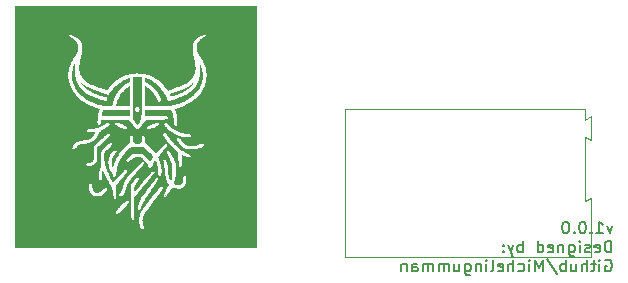
<source format=gbr>
%TF.GenerationSoftware,KiCad,Pcbnew,7.0.8*%
%TF.CreationDate,2025-03-09T22:18:45+01:00*%
%TF.ProjectId,Schematics,53636865-6d61-4746-9963-732e6b696361,rev?*%
%TF.SameCoordinates,Original*%
%TF.FileFunction,Legend,Bot*%
%TF.FilePolarity,Positive*%
%FSLAX46Y46*%
G04 Gerber Fmt 4.6, Leading zero omitted, Abs format (unit mm)*
G04 Created by KiCad (PCBNEW 7.0.8) date 2025-03-09 22:18:45*
%MOMM*%
%LPD*%
G01*
G04 APERTURE LIST*
%ADD10C,0.000000*%
%ADD11C,0.150000*%
%ADD12C,0.120000*%
G04 APERTURE END LIST*
D10*
G36*
X139674486Y-115285094D02*
G01*
X139678387Y-115285339D01*
X139682236Y-115285744D01*
X139686028Y-115286307D01*
X139689758Y-115287025D01*
X139693421Y-115287895D01*
X139697012Y-115288915D01*
X139700525Y-115290083D01*
X139703955Y-115291395D01*
X139707298Y-115292849D01*
X139710547Y-115294443D01*
X139713699Y-115296174D01*
X139716747Y-115298039D01*
X139719686Y-115300036D01*
X139722512Y-115302162D01*
X139725219Y-115304415D01*
X139727802Y-115306791D01*
X139730256Y-115309290D01*
X139732575Y-115311907D01*
X139734755Y-115314640D01*
X139736790Y-115317487D01*
X139738676Y-115320445D01*
X139740406Y-115323512D01*
X139741976Y-115326684D01*
X139743381Y-115329960D01*
X139744615Y-115333337D01*
X139745674Y-115336812D01*
X139746551Y-115340382D01*
X139747243Y-115344045D01*
X139747743Y-115347799D01*
X139748047Y-115351641D01*
X139748150Y-115355568D01*
X139748109Y-115358874D01*
X139747988Y-115362174D01*
X139747789Y-115365461D01*
X139747516Y-115368728D01*
X139747170Y-115371970D01*
X139746755Y-115375179D01*
X139746272Y-115378350D01*
X139745725Y-115381475D01*
X139744446Y-115387564D01*
X139742941Y-115393395D01*
X139742109Y-115396197D01*
X139741229Y-115398916D01*
X139740301Y-115401544D01*
X139739330Y-115404075D01*
X139738318Y-115406502D01*
X139737267Y-115408820D01*
X139736179Y-115411022D01*
X139735058Y-115413101D01*
X139733907Y-115415050D01*
X139732726Y-115416865D01*
X139731520Y-115418537D01*
X139730291Y-115420060D01*
X139729040Y-115421428D01*
X139727772Y-115422635D01*
X139726489Y-115423674D01*
X139725192Y-115424539D01*
X139723885Y-115425222D01*
X139722570Y-115425719D01*
X139721250Y-115426021D01*
X139719928Y-115426123D01*
X139717903Y-115426021D01*
X139715801Y-115425719D01*
X139713626Y-115425222D01*
X139711384Y-115424539D01*
X139706719Y-115422635D01*
X139701848Y-115420060D01*
X139696811Y-115416865D01*
X139691650Y-115413101D01*
X139686407Y-115408820D01*
X139681122Y-115404075D01*
X139675837Y-115398916D01*
X139670594Y-115393395D01*
X139665433Y-115387564D01*
X139660396Y-115381475D01*
X139655525Y-115375179D01*
X139650860Y-115368728D01*
X139646444Y-115362174D01*
X139642316Y-115355568D01*
X139640435Y-115351641D01*
X139638758Y-115347799D01*
X139637282Y-115344045D01*
X139636005Y-115340382D01*
X139634924Y-115336812D01*
X139634038Y-115333337D01*
X139633342Y-115329960D01*
X139632836Y-115326684D01*
X139632515Y-115323512D01*
X139632377Y-115320445D01*
X139632421Y-115317487D01*
X139632643Y-115314640D01*
X139633040Y-115311907D01*
X139633611Y-115309290D01*
X139634352Y-115306791D01*
X139635261Y-115304415D01*
X139636336Y-115302162D01*
X139637573Y-115300036D01*
X139638970Y-115298039D01*
X139640525Y-115296174D01*
X139642235Y-115294443D01*
X139644098Y-115292849D01*
X139646110Y-115291395D01*
X139648270Y-115290083D01*
X139650574Y-115288915D01*
X139653021Y-115287895D01*
X139655607Y-115287025D01*
X139658330Y-115286307D01*
X139661187Y-115285744D01*
X139664176Y-115285339D01*
X139667294Y-115285094D01*
X139670539Y-115285012D01*
X139674486Y-115285094D01*
G37*
G36*
X134545673Y-108103198D02*
G01*
X134554951Y-108103840D01*
X134564591Y-108104925D01*
X134574609Y-108106440D01*
X134595838Y-108110713D01*
X134618761Y-108116568D01*
X134669583Y-108124464D01*
X134755463Y-108132112D01*
X134871769Y-108139264D01*
X135013872Y-108145672D01*
X135356949Y-108155263D01*
X135747650Y-108158902D01*
X136714261Y-108158902D01*
X136714261Y-108652790D01*
X135514816Y-108652790D01*
X135087501Y-108652322D01*
X134915861Y-108650837D01*
X134769904Y-108647719D01*
X134706011Y-108645360D01*
X134647884Y-108642369D01*
X134595304Y-108638669D01*
X134548054Y-108634187D01*
X134505914Y-108628846D01*
X134468667Y-108622573D01*
X134436094Y-108615292D01*
X134407976Y-108606929D01*
X134384096Y-108597408D01*
X134364236Y-108586655D01*
X134355744Y-108580792D01*
X134348176Y-108574594D01*
X134341503Y-108568050D01*
X134335698Y-108561151D01*
X134330735Y-108553887D01*
X134326585Y-108546250D01*
X134323221Y-108538230D01*
X134320617Y-108529817D01*
X134317577Y-108511778D01*
X134317246Y-108492056D01*
X134319406Y-108470577D01*
X134323838Y-108447266D01*
X134330325Y-108422048D01*
X134338647Y-108394849D01*
X134359926Y-108334205D01*
X134385928Y-108264735D01*
X134396449Y-108237104D01*
X134406929Y-108212356D01*
X134417492Y-108190399D01*
X134422843Y-108180437D01*
X134428261Y-108171139D01*
X134433762Y-108162491D01*
X134439361Y-108154483D01*
X134445074Y-108147103D01*
X134450916Y-108140340D01*
X134456903Y-108134180D01*
X134463050Y-108128614D01*
X134469372Y-108123629D01*
X134475886Y-108119214D01*
X134482607Y-108115357D01*
X134489549Y-108112047D01*
X134496730Y-108109271D01*
X134504163Y-108107018D01*
X134511866Y-108105278D01*
X134519852Y-108104037D01*
X134528139Y-108103284D01*
X134536740Y-108103008D01*
X134545673Y-108103198D01*
G37*
G36*
X136702782Y-106130072D02*
G01*
X136705332Y-106179598D01*
X136709851Y-106361499D01*
X136713048Y-106630712D01*
X136714261Y-106959458D01*
X136714261Y-107806124D01*
X135514816Y-107806124D01*
X135557150Y-107608568D01*
X135584967Y-107504134D01*
X135617962Y-107400154D01*
X135655857Y-107297083D01*
X135698371Y-107195377D01*
X135745226Y-107095490D01*
X135796143Y-106997877D01*
X135850842Y-106902992D01*
X135909046Y-106811290D01*
X135970473Y-106723227D01*
X136034847Y-106639256D01*
X136101887Y-106559833D01*
X136171314Y-106485412D01*
X136242849Y-106416448D01*
X136316215Y-106353395D01*
X136391130Y-106296710D01*
X136429082Y-106270897D01*
X136467316Y-106246846D01*
X136488380Y-106232550D01*
X136509154Y-106218803D01*
X136529514Y-106205655D01*
X136549337Y-106193158D01*
X136586875Y-106170324D01*
X136620775Y-106150715D01*
X136650045Y-106134743D01*
X136662633Y-106128251D01*
X136673692Y-106122823D01*
X136683097Y-106118512D01*
X136690724Y-106115368D01*
X136696450Y-106113444D01*
X136700150Y-106112791D01*
X136702782Y-106130072D01*
G37*
G36*
X142045509Y-105835121D02*
G01*
X142047379Y-105836742D01*
X142048484Y-105839417D01*
X142048820Y-105843138D01*
X142048384Y-105847894D01*
X142047172Y-105853678D01*
X142042402Y-105868290D01*
X142034480Y-105886902D01*
X142023375Y-105909442D01*
X142009055Y-105935836D01*
X141991491Y-105966014D01*
X141970650Y-105999901D01*
X141934998Y-106048005D01*
X141889497Y-106099313D01*
X141835045Y-106153225D01*
X141772543Y-106209142D01*
X141702888Y-106266465D01*
X141626980Y-106324595D01*
X141545719Y-106382930D01*
X141460004Y-106440873D01*
X141370733Y-106497824D01*
X141278806Y-106553184D01*
X141185122Y-106606352D01*
X141090580Y-106656729D01*
X140996079Y-106703717D01*
X140902519Y-106746715D01*
X140810799Y-106785125D01*
X140721817Y-106818346D01*
X140636084Y-106848199D01*
X140558505Y-106874280D01*
X140488637Y-106896620D01*
X140456455Y-106906397D01*
X140426034Y-106915249D01*
X140397319Y-106923182D01*
X140370253Y-106930199D01*
X140344782Y-106936304D01*
X140320849Y-106941501D01*
X140298399Y-106945794D01*
X140277377Y-106949185D01*
X140257727Y-106951681D01*
X140239393Y-106953283D01*
X140222320Y-106953997D01*
X140206453Y-106953826D01*
X140191735Y-106952774D01*
X140178112Y-106950844D01*
X140165527Y-106948042D01*
X140153925Y-106944369D01*
X140143251Y-106939831D01*
X140133449Y-106934432D01*
X140124464Y-106928175D01*
X140116239Y-106921063D01*
X140108720Y-106913102D01*
X140101851Y-106904294D01*
X140095576Y-106894644D01*
X140089839Y-106884156D01*
X140084586Y-106872833D01*
X140079761Y-106860679D01*
X140076403Y-106846112D01*
X140077046Y-106831451D01*
X140081885Y-106816604D01*
X140091116Y-106801479D01*
X140104936Y-106785981D01*
X140123541Y-106770018D01*
X140147128Y-106753497D01*
X140175893Y-106736325D01*
X140210032Y-106718409D01*
X140249742Y-106699655D01*
X140295219Y-106679972D01*
X140346659Y-106659265D01*
X140468216Y-106614410D01*
X140615984Y-106564346D01*
X140739785Y-106523034D01*
X140859607Y-106481237D01*
X140975109Y-106439129D01*
X141085950Y-106396887D01*
X141191788Y-106354686D01*
X141292283Y-106312703D01*
X141387094Y-106271112D01*
X141475879Y-106230089D01*
X141558298Y-106189811D01*
X141634009Y-106150452D01*
X141702672Y-106112189D01*
X141763945Y-106075198D01*
X141817487Y-106039653D01*
X141862957Y-106005730D01*
X141900014Y-105973606D01*
X141928317Y-105943457D01*
X141953365Y-105914092D01*
X141975570Y-105889451D01*
X141994902Y-105869461D01*
X142011330Y-105854050D01*
X142024822Y-105843144D01*
X142030458Y-105839359D01*
X142035349Y-105836673D01*
X142039490Y-105835077D01*
X142042878Y-105834563D01*
X142045509Y-105835121D01*
G37*
G36*
X137702039Y-107107624D02*
G01*
X137701708Y-107684250D01*
X137700922Y-107919171D01*
X137699393Y-108122301D01*
X137696871Y-108296492D01*
X137693109Y-108444597D01*
X137690685Y-108509758D01*
X137687859Y-108569467D01*
X137684598Y-108624082D01*
X137680872Y-108673957D01*
X137676650Y-108719450D01*
X137671901Y-108760918D01*
X137666594Y-108798717D01*
X137660698Y-108833203D01*
X137654181Y-108864733D01*
X137647014Y-108893664D01*
X137639164Y-108920353D01*
X137630601Y-108945155D01*
X137621294Y-108968427D01*
X137611212Y-108990527D01*
X137600324Y-109011809D01*
X137588599Y-109032632D01*
X137576005Y-109053352D01*
X137562513Y-109074325D01*
X137532706Y-109118457D01*
X137363372Y-109365401D01*
X137179928Y-109125512D01*
X136996483Y-108885624D01*
X136996483Y-108086526D01*
X137142790Y-108086526D01*
X137143338Y-108102047D01*
X137144770Y-108117904D01*
X137147103Y-108134069D01*
X137150357Y-108150513D01*
X137154548Y-108167208D01*
X137159696Y-108184124D01*
X137165817Y-108201235D01*
X137167986Y-108207105D01*
X137170516Y-108212805D01*
X137173398Y-108218333D01*
X137176621Y-108223683D01*
X137180174Y-108228853D01*
X137184048Y-108233837D01*
X137192716Y-108243237D01*
X137202541Y-108251852D01*
X137213442Y-108259650D01*
X137225334Y-108266600D01*
X137238136Y-108272672D01*
X137251765Y-108277835D01*
X137266138Y-108282057D01*
X137281172Y-108285307D01*
X137296786Y-108287555D01*
X137312895Y-108288770D01*
X137329417Y-108288920D01*
X137346271Y-108287974D01*
X137363372Y-108285902D01*
X137384961Y-108282753D01*
X137404782Y-108278570D01*
X137414046Y-108276079D01*
X137422888Y-108273313D01*
X137431314Y-108270269D01*
X137439330Y-108266940D01*
X137446943Y-108263321D01*
X137454159Y-108259409D01*
X137460985Y-108255196D01*
X137467428Y-108250679D01*
X137473493Y-108245851D01*
X137479188Y-108240709D01*
X137484518Y-108235246D01*
X137489490Y-108229457D01*
X137494111Y-108223338D01*
X137498387Y-108216882D01*
X137502325Y-108210086D01*
X137505930Y-108202944D01*
X137509210Y-108195450D01*
X137512171Y-108187599D01*
X137514819Y-108179387D01*
X137517161Y-108170808D01*
X137520953Y-108152528D01*
X137523597Y-108132719D01*
X137525145Y-108111339D01*
X137525650Y-108088346D01*
X137525145Y-108065354D01*
X137523597Y-108043973D01*
X137522415Y-108033875D01*
X137520953Y-108024164D01*
X137519204Y-108014836D01*
X137517161Y-108005884D01*
X137514819Y-107997305D01*
X137512171Y-107989093D01*
X137509210Y-107981242D01*
X137505930Y-107973748D01*
X137502325Y-107966606D01*
X137498387Y-107959809D01*
X137494111Y-107953354D01*
X137489490Y-107947235D01*
X137484518Y-107941446D01*
X137479188Y-107935983D01*
X137473493Y-107930840D01*
X137467428Y-107926013D01*
X137460985Y-107921496D01*
X137454159Y-107917283D01*
X137446943Y-107913370D01*
X137439330Y-107909752D01*
X137431314Y-107906423D01*
X137422888Y-107903379D01*
X137414046Y-107900613D01*
X137404782Y-107898121D01*
X137395089Y-107895898D01*
X137384961Y-107893939D01*
X137363372Y-107890790D01*
X137347707Y-107888677D01*
X137332473Y-107887610D01*
X137317689Y-107887562D01*
X137303372Y-107888503D01*
X137289542Y-107890405D01*
X137276215Y-107893240D01*
X137263410Y-107896979D01*
X137251145Y-107901594D01*
X137239438Y-107907057D01*
X137228307Y-107913339D01*
X137217771Y-107920411D01*
X137207847Y-107928246D01*
X137198553Y-107936814D01*
X137189908Y-107946088D01*
X137181930Y-107956039D01*
X137174636Y-107966638D01*
X137168045Y-107977857D01*
X137162175Y-107989668D01*
X137157044Y-108002043D01*
X137152671Y-108014952D01*
X137149072Y-108028367D01*
X137146266Y-108042261D01*
X137144272Y-108056604D01*
X137143107Y-108071369D01*
X137142790Y-108086526D01*
X136996483Y-108086526D01*
X136996483Y-105336680D01*
X137702039Y-105336680D01*
X137702039Y-107107624D01*
G37*
G36*
X142659497Y-104217285D02*
G01*
X142666256Y-104223280D01*
X142673552Y-104232830D01*
X142681387Y-104245935D01*
X142698667Y-104282811D01*
X142718097Y-104333909D01*
X142739677Y-104399228D01*
X142763407Y-104478768D01*
X142789287Y-104572530D01*
X142817316Y-104680513D01*
X142844345Y-104799289D01*
X142864631Y-104917420D01*
X142878250Y-105034799D01*
X142885281Y-105151320D01*
X142885800Y-105266874D01*
X142879886Y-105381354D01*
X142867615Y-105494653D01*
X142849066Y-105606665D01*
X142824315Y-105717281D01*
X142793441Y-105826395D01*
X142756521Y-105933899D01*
X142713632Y-106039686D01*
X142664852Y-106143649D01*
X142610259Y-106245680D01*
X142549929Y-106345673D01*
X142483941Y-106443520D01*
X142412372Y-106539114D01*
X142335299Y-106632347D01*
X142252800Y-106723113D01*
X142164953Y-106811304D01*
X142071834Y-106896814D01*
X141973523Y-106979534D01*
X141870095Y-107059357D01*
X141761629Y-107136177D01*
X141648202Y-107209886D01*
X141529891Y-107280377D01*
X141406775Y-107347542D01*
X141278930Y-107411275D01*
X141146434Y-107471468D01*
X141009365Y-107528013D01*
X140867800Y-107580805D01*
X140721817Y-107629735D01*
X140548722Y-107681880D01*
X140391419Y-107722780D01*
X140314736Y-107739427D01*
X140237257Y-107753758D01*
X140157402Y-107765940D01*
X140073588Y-107776138D01*
X139887759Y-107791241D01*
X139667122Y-107800391D01*
X139399024Y-107804911D01*
X139070817Y-107806124D01*
X137984261Y-107806124D01*
X137984261Y-106105735D01*
X138181817Y-106211568D01*
X138237743Y-106243259D01*
X138294196Y-106279891D01*
X138350876Y-106321112D01*
X138407484Y-106366570D01*
X138463720Y-106415914D01*
X138519284Y-106468793D01*
X138573877Y-106524855D01*
X138627198Y-106583749D01*
X138678948Y-106645123D01*
X138728828Y-106708627D01*
X138776538Y-106773908D01*
X138821777Y-106840615D01*
X138864246Y-106908397D01*
X138903646Y-106976903D01*
X138939677Y-107045781D01*
X138972038Y-107114679D01*
X138985805Y-107146305D01*
X138999325Y-107176360D01*
X139012600Y-107204844D01*
X139025630Y-107231757D01*
X139038418Y-107257100D01*
X139050964Y-107280871D01*
X139063270Y-107303071D01*
X139075336Y-107323700D01*
X139087165Y-107342758D01*
X139098758Y-107360246D01*
X139110115Y-107376162D01*
X139121239Y-107390508D01*
X139132130Y-107403282D01*
X139142790Y-107414485D01*
X139153220Y-107424118D01*
X139163421Y-107432179D01*
X139173395Y-107438670D01*
X139183142Y-107443590D01*
X139192665Y-107446938D01*
X139201965Y-107448716D01*
X139206531Y-107449016D01*
X139211042Y-107448923D01*
X139215497Y-107448437D01*
X139219898Y-107447559D01*
X139224244Y-107446287D01*
X139228535Y-107444623D01*
X139236953Y-107440117D01*
X139245154Y-107434040D01*
X139253140Y-107426392D01*
X139260911Y-107417173D01*
X139268469Y-107406383D01*
X139275815Y-107394022D01*
X139282950Y-107380090D01*
X139289876Y-107364587D01*
X139296594Y-107347513D01*
X139306658Y-107316493D01*
X139313112Y-107283071D01*
X139316064Y-107247409D01*
X139315625Y-107209668D01*
X139311905Y-107170010D01*
X139305012Y-107128596D01*
X139295058Y-107085588D01*
X139282153Y-107041148D01*
X139266404Y-106995436D01*
X139247924Y-106948614D01*
X139203205Y-106852287D01*
X139148874Y-106753460D01*
X139085810Y-106653423D01*
X139014890Y-106553468D01*
X138936995Y-106454889D01*
X138853002Y-106358976D01*
X138763790Y-106267021D01*
X138670236Y-106180316D01*
X138573221Y-106100154D01*
X138473621Y-106027826D01*
X138423127Y-105995003D01*
X138372317Y-105964624D01*
X138317962Y-105933831D01*
X138268536Y-105904817D01*
X138223845Y-105877373D01*
X138183690Y-105851294D01*
X138147877Y-105826372D01*
X138116208Y-105802401D01*
X138101866Y-105790708D01*
X138088487Y-105779175D01*
X138076045Y-105767776D01*
X138064518Y-105756485D01*
X138053878Y-105745277D01*
X138044104Y-105734127D01*
X138035169Y-105723007D01*
X138027049Y-105711892D01*
X138019719Y-105700757D01*
X138013156Y-105689575D01*
X138007335Y-105678320D01*
X138002230Y-105666968D01*
X137997818Y-105655492D01*
X137994074Y-105643865D01*
X137990973Y-105632063D01*
X137988491Y-105620060D01*
X137986603Y-105607829D01*
X137985285Y-105595345D01*
X137984513Y-105582581D01*
X137984261Y-105569513D01*
X137984533Y-105543282D01*
X137985446Y-105520069D01*
X137987144Y-105499750D01*
X137988333Y-105490637D01*
X137989773Y-105482201D01*
X137991481Y-105474426D01*
X137993476Y-105467297D01*
X137995776Y-105460799D01*
X137998399Y-105454915D01*
X138001363Y-105449631D01*
X138004687Y-105444931D01*
X138008387Y-105440800D01*
X138012483Y-105437221D01*
X138016992Y-105434180D01*
X138021933Y-105431661D01*
X138027323Y-105429648D01*
X138033181Y-105428126D01*
X138039525Y-105427080D01*
X138046372Y-105426493D01*
X138053742Y-105426351D01*
X138061651Y-105426638D01*
X138070119Y-105427338D01*
X138079163Y-105428436D01*
X138099051Y-105431764D01*
X138121462Y-105436498D01*
X138146539Y-105442513D01*
X138270412Y-105485120D01*
X138393056Y-105535985D01*
X138514066Y-105594767D01*
X138633041Y-105661125D01*
X138749576Y-105734717D01*
X138863270Y-105815203D01*
X138973718Y-105902242D01*
X139080518Y-105995492D01*
X139183266Y-106094613D01*
X139281560Y-106199263D01*
X139374996Y-106309101D01*
X139463171Y-106423786D01*
X139545683Y-106542978D01*
X139622128Y-106666335D01*
X139692103Y-106793516D01*
X139755206Y-106924179D01*
X139959816Y-107375735D01*
X140326704Y-107262847D01*
X140637015Y-107164775D01*
X140922706Y-107060688D01*
X141184296Y-106950028D01*
X141306214Y-106892059D01*
X141422300Y-106832237D01*
X141532620Y-106770492D01*
X141637236Y-106706756D01*
X141736215Y-106640958D01*
X141829621Y-106573028D01*
X141917518Y-106502896D01*
X141999971Y-106430494D01*
X142077044Y-106355750D01*
X142148802Y-106278596D01*
X142215310Y-106198961D01*
X142276633Y-106116776D01*
X142332834Y-106031971D01*
X142383978Y-105944477D01*
X142430131Y-105854223D01*
X142471356Y-105761139D01*
X142507719Y-105665157D01*
X142539283Y-105566205D01*
X142566114Y-105464215D01*
X142588276Y-105359117D01*
X142605833Y-105250841D01*
X142618851Y-105139317D01*
X142627394Y-105024475D01*
X142631525Y-104906246D01*
X142631311Y-104784559D01*
X142626816Y-104659346D01*
X142622599Y-104554009D01*
X142620532Y-104462893D01*
X142620615Y-104385998D01*
X142622848Y-104323325D01*
X142627230Y-104274874D01*
X142633762Y-104240643D01*
X142637834Y-104228861D01*
X142642443Y-104220634D01*
X142647590Y-104215962D01*
X142653275Y-104214846D01*
X142659497Y-104217285D01*
G37*
G36*
X132080000Y-104140000D02*
G01*
X132081063Y-104148108D01*
X132082620Y-104179238D01*
X132083171Y-104293340D01*
X132079754Y-104461681D01*
X132071706Y-104666402D01*
X132068083Y-104863374D01*
X132070518Y-104958801D01*
X132075799Y-105052211D01*
X132083937Y-105143622D01*
X132094945Y-105233049D01*
X132108833Y-105320511D01*
X132125615Y-105406022D01*
X132145300Y-105489601D01*
X132167901Y-105571265D01*
X132193430Y-105651029D01*
X132221898Y-105728910D01*
X132253317Y-105804927D01*
X132287698Y-105879094D01*
X132325053Y-105951430D01*
X132365393Y-106021950D01*
X132408731Y-106090672D01*
X132455078Y-106157613D01*
X132504445Y-106222789D01*
X132556844Y-106286216D01*
X132612287Y-106347913D01*
X132670785Y-106407896D01*
X132732351Y-106466180D01*
X132796995Y-106522784D01*
X132864729Y-106577724D01*
X132935565Y-106631017D01*
X133009515Y-106682680D01*
X133086590Y-106732728D01*
X133166801Y-106781180D01*
X133250161Y-106828052D01*
X133336681Y-106873361D01*
X133426373Y-106917124D01*
X133525609Y-106964353D01*
X133629247Y-107010527D01*
X133735904Y-107055255D01*
X133844194Y-107098143D01*
X133952732Y-107138798D01*
X134060132Y-107176829D01*
X134165011Y-107211841D01*
X134265984Y-107243443D01*
X134361664Y-107271242D01*
X134450668Y-107294844D01*
X134531611Y-107313857D01*
X134603107Y-107327889D01*
X134663772Y-107336547D01*
X134712220Y-107339437D01*
X134731430Y-107338597D01*
X134747067Y-107336168D01*
X134758957Y-107332101D01*
X134766928Y-107326346D01*
X134774496Y-107318668D01*
X134781332Y-107310228D01*
X134787450Y-107301094D01*
X134792863Y-107291330D01*
X134797583Y-107281003D01*
X134801624Y-107270179D01*
X134804998Y-107258923D01*
X134807718Y-107247302D01*
X134809797Y-107235381D01*
X134811249Y-107223226D01*
X134812086Y-107210903D01*
X134812321Y-107198478D01*
X134811966Y-107186017D01*
X134811036Y-107173585D01*
X134809542Y-107161249D01*
X134807497Y-107149075D01*
X134804916Y-107137128D01*
X134801810Y-107125475D01*
X134798192Y-107114180D01*
X134794075Y-107103311D01*
X134789473Y-107092932D01*
X134784398Y-107083110D01*
X134778863Y-107073911D01*
X134772881Y-107065401D01*
X134766465Y-107057645D01*
X134759628Y-107050709D01*
X134752382Y-107044660D01*
X134744742Y-107039563D01*
X134736718Y-107035483D01*
X134728326Y-107032488D01*
X134719576Y-107030643D01*
X134710484Y-107030013D01*
X134661760Y-107025999D01*
X134598835Y-107014441D01*
X134523549Y-106996061D01*
X134437742Y-106971584D01*
X134241923Y-106907230D01*
X134026095Y-106827166D01*
X133804975Y-106737180D01*
X133593280Y-106643060D01*
X133405729Y-106550594D01*
X133325607Y-106506789D01*
X133257039Y-106465569D01*
X133219708Y-106440964D01*
X133181963Y-106414912D01*
X133144054Y-106387620D01*
X133106227Y-106359294D01*
X133068730Y-106330142D01*
X133031813Y-106300369D01*
X132995722Y-106270183D01*
X132960706Y-106239791D01*
X132927013Y-106209398D01*
X132894891Y-106179212D01*
X132864588Y-106149439D01*
X132836352Y-106120287D01*
X132810431Y-106091961D01*
X132787073Y-106064669D01*
X132766526Y-106038617D01*
X132749039Y-106014012D01*
X132593817Y-105795291D01*
X132770206Y-105950513D01*
X132813914Y-105988121D01*
X132865538Y-106026815D01*
X132924894Y-106066521D01*
X132991794Y-106107168D01*
X133066053Y-106148683D01*
X133147485Y-106190994D01*
X133331122Y-106277714D01*
X133541218Y-106366749D01*
X133776284Y-106457521D01*
X134034831Y-106549450D01*
X134315372Y-106641957D01*
X134915095Y-106825401D01*
X135056206Y-106634902D01*
X135139358Y-106523300D01*
X135224671Y-106416111D01*
X135311989Y-106313449D01*
X135401156Y-106215427D01*
X135492019Y-106122160D01*
X135584421Y-106033761D01*
X135678209Y-105950343D01*
X135773226Y-105872020D01*
X135869319Y-105798907D01*
X135966331Y-105731116D01*
X136064108Y-105668761D01*
X136162495Y-105611957D01*
X136261336Y-105560816D01*
X136360478Y-105515453D01*
X136459764Y-105475981D01*
X136559039Y-105442513D01*
X136582874Y-105436500D01*
X136604197Y-105431778D01*
X136623143Y-105428483D01*
X136631767Y-105427412D01*
X136639847Y-105426748D01*
X136647400Y-105426508D01*
X136654442Y-105426709D01*
X136660991Y-105427366D01*
X136667063Y-105428498D01*
X136672675Y-105430121D01*
X136677844Y-105432252D01*
X136682587Y-105434907D01*
X136686921Y-105438103D01*
X136690861Y-105441858D01*
X136694426Y-105446187D01*
X136697631Y-105451108D01*
X136700494Y-105456638D01*
X136703032Y-105462793D01*
X136705261Y-105469590D01*
X136707197Y-105477045D01*
X136708859Y-105485177D01*
X136711424Y-105503534D01*
X136713090Y-105524795D01*
X136713990Y-105549095D01*
X136714261Y-105576568D01*
X136713498Y-105602225D01*
X136711133Y-105626384D01*
X136707052Y-105649199D01*
X136701142Y-105670826D01*
X136697465Y-105681242D01*
X136693289Y-105691419D01*
X136688598Y-105701376D01*
X136683379Y-105711134D01*
X136677617Y-105720710D01*
X136671299Y-105730125D01*
X136664409Y-105739397D01*
X136656935Y-105748547D01*
X136640173Y-105766557D01*
X136620899Y-105784308D01*
X136599000Y-105801955D01*
X136574363Y-105819654D01*
X136546872Y-105837560D01*
X136516416Y-105855828D01*
X136482879Y-105874612D01*
X136446149Y-105894068D01*
X136344704Y-105950828D01*
X136244446Y-106017417D01*
X136145905Y-106093080D01*
X136049606Y-106177062D01*
X135956076Y-106268611D01*
X135865844Y-106366970D01*
X135779436Y-106471385D01*
X135697379Y-106581103D01*
X135620200Y-106695368D01*
X135548427Y-106813426D01*
X135482586Y-106934523D01*
X135423205Y-107057904D01*
X135370810Y-107182815D01*
X135325929Y-107308500D01*
X135289089Y-107434207D01*
X135260817Y-107559179D01*
X135245893Y-107638664D01*
X135238353Y-107671048D01*
X135230059Y-107698967D01*
X135225465Y-107711356D01*
X135220484Y-107722752D01*
X135215050Y-107733198D01*
X135209099Y-107742734D01*
X135202564Y-107751402D01*
X135195379Y-107759243D01*
X135187478Y-107766298D01*
X135178796Y-107772610D01*
X135169266Y-107778218D01*
X135158823Y-107783166D01*
X135147401Y-107787493D01*
X135134933Y-107791241D01*
X135121354Y-107794452D01*
X135106599Y-107797166D01*
X135073293Y-107801273D01*
X135034489Y-107803891D01*
X134989660Y-107805352D01*
X134879816Y-107806124D01*
X134804076Y-107803609D01*
X134720378Y-107796257D01*
X134629692Y-107784358D01*
X134532992Y-107768200D01*
X134431248Y-107748074D01*
X134325432Y-107724268D01*
X134105470Y-107666776D01*
X133880877Y-107598040D01*
X133659426Y-107520374D01*
X133552308Y-107478916D01*
X133448890Y-107436093D01*
X133350143Y-107392196D01*
X133257039Y-107347513D01*
X133160159Y-107295282D01*
X133065409Y-107239227D01*
X132972932Y-107179492D01*
X132882874Y-107116223D01*
X132795379Y-107049564D01*
X132710592Y-106979659D01*
X132628657Y-106906654D01*
X132549720Y-106830694D01*
X132473924Y-106751921D01*
X132401415Y-106670483D01*
X132332338Y-106586523D01*
X132266836Y-106500185D01*
X132205055Y-106411615D01*
X132147140Y-106320958D01*
X132093234Y-106228357D01*
X132043484Y-106133958D01*
X131977076Y-105994610D01*
X131949334Y-105932295D01*
X131924972Y-105873784D01*
X131903794Y-105818249D01*
X131885602Y-105764863D01*
X131870200Y-105712801D01*
X131857393Y-105661235D01*
X131846984Y-105609338D01*
X131838776Y-105556283D01*
X131832573Y-105501245D01*
X131828179Y-105443395D01*
X131825397Y-105381906D01*
X131824031Y-105315954D01*
X131824762Y-105167346D01*
X131825411Y-105112743D01*
X131827311Y-105057613D01*
X131830389Y-105002255D01*
X131834573Y-104946970D01*
X131839791Y-104892057D01*
X131845970Y-104837816D01*
X131853037Y-104784546D01*
X131860921Y-104732548D01*
X131869549Y-104682120D01*
X131878849Y-104633563D01*
X131888749Y-104587177D01*
X131899176Y-104543260D01*
X131910057Y-104502114D01*
X131921321Y-104464037D01*
X131932894Y-104429329D01*
X131944706Y-104398291D01*
X131968119Y-104346559D01*
X131990457Y-104297970D01*
X132011307Y-104253679D01*
X132030255Y-104214846D01*
X132038886Y-104197838D01*
X132046887Y-104182628D01*
X132054207Y-104169361D01*
X132060792Y-104158182D01*
X132066592Y-104149235D01*
X132071554Y-104142665D01*
X132073706Y-104140317D01*
X132075628Y-104138617D01*
X132077316Y-104137584D01*
X132078762Y-104137236D01*
X132080000Y-104140000D01*
G37*
G36*
X147509259Y-119800568D02*
G01*
X126977595Y-119800568D01*
X126977595Y-116828954D01*
X135482575Y-116828954D01*
X135482628Y-116835752D01*
X135483171Y-116842235D01*
X135484204Y-116848405D01*
X135485724Y-116854263D01*
X135487732Y-116859810D01*
X135490227Y-116865048D01*
X135493209Y-116869977D01*
X135496676Y-116874598D01*
X135500629Y-116878913D01*
X135505066Y-116882923D01*
X135509987Y-116886628D01*
X135515391Y-116890031D01*
X135521277Y-116893132D01*
X135534495Y-116898433D01*
X135549636Y-116902540D01*
X135566693Y-116905463D01*
X135585663Y-116907210D01*
X135606539Y-116907790D01*
X135621989Y-116905014D01*
X135641667Y-116896914D01*
X135665255Y-116883826D01*
X135692432Y-116866090D01*
X135756282Y-116818028D01*
X135830663Y-116755434D01*
X135913023Y-116681017D01*
X136000809Y-116597483D01*
X136091469Y-116507542D01*
X136182449Y-116413901D01*
X136271196Y-116319268D01*
X136355158Y-116226350D01*
X136431782Y-116137856D01*
X136498516Y-116056493D01*
X136552805Y-115984970D01*
X136592098Y-115925993D01*
X136599301Y-115912957D01*
X136820094Y-115912957D01*
X136820203Y-116160295D01*
X136820632Y-116379574D01*
X136821536Y-116572498D01*
X136823071Y-116740772D01*
X136824123Y-116816198D01*
X136825391Y-116886101D01*
X136826894Y-116950695D01*
X136828652Y-117010192D01*
X136830684Y-117064806D01*
X136833008Y-117114749D01*
X136835646Y-117160235D01*
X136838615Y-117201478D01*
X136841936Y-117238689D01*
X136845628Y-117272083D01*
X136849710Y-117301873D01*
X136854201Y-117328271D01*
X136859121Y-117351491D01*
X136864490Y-117371746D01*
X136867348Y-117380828D01*
X136870326Y-117389250D01*
X136873425Y-117397036D01*
X136876649Y-117404214D01*
X136880000Y-117410811D01*
X136883479Y-117416854D01*
X136887090Y-117422368D01*
X136890834Y-117427381D01*
X136894715Y-117431919D01*
X136898735Y-117436009D01*
X136902896Y-117439677D01*
X136907200Y-117442951D01*
X136911651Y-117445856D01*
X136916250Y-117448420D01*
X136920999Y-117450669D01*
X136925902Y-117452630D01*
X136936177Y-117455793D01*
X136947095Y-117458123D01*
X136965883Y-117460681D01*
X136982634Y-117459735D01*
X136997464Y-117454262D01*
X137010484Y-117443240D01*
X137016152Y-117434434D01*
X137492231Y-117434434D01*
X137496009Y-117550837D01*
X137506421Y-117665421D01*
X137523004Y-117775623D01*
X137545292Y-117878879D01*
X137572820Y-117972627D01*
X137588404Y-118015135D01*
X137605123Y-118054304D01*
X137622920Y-118089814D01*
X137641736Y-118121346D01*
X137661513Y-118148578D01*
X137682193Y-118171190D01*
X137703718Y-118188861D01*
X137726030Y-118201272D01*
X137749071Y-118208102D01*
X137772782Y-118209031D01*
X137797105Y-118203738D01*
X137821983Y-118191902D01*
X137834390Y-118183536D01*
X137845175Y-118174250D01*
X137854368Y-118163950D01*
X137862001Y-118152545D01*
X137868104Y-118139941D01*
X137872708Y-118126045D01*
X137875845Y-118110764D01*
X137877545Y-118094005D01*
X137877840Y-118075676D01*
X137876760Y-118055682D01*
X137874336Y-118033931D01*
X137870600Y-118010331D01*
X137865582Y-117984787D01*
X137859314Y-117957207D01*
X137851826Y-117927498D01*
X137843150Y-117895568D01*
X137822481Y-117818654D01*
X137805460Y-117743942D01*
X137792099Y-117671318D01*
X137782406Y-117600667D01*
X137776393Y-117531878D01*
X137774069Y-117464834D01*
X137775445Y-117399424D01*
X137780532Y-117335533D01*
X137789339Y-117273048D01*
X137801878Y-117211854D01*
X137818158Y-117151839D01*
X137838189Y-117092888D01*
X137861983Y-117034888D01*
X137889549Y-116977725D01*
X137920898Y-116921286D01*
X137956039Y-116865456D01*
X138084913Y-116689288D01*
X138293824Y-116408609D01*
X138837984Y-115687178D01*
X138979412Y-115504643D01*
X139110835Y-115330211D01*
X139229525Y-115168016D01*
X139332754Y-115022192D01*
X139417793Y-114896873D01*
X139452638Y-114843195D01*
X139481913Y-114796194D01*
X139505276Y-114756386D01*
X139522386Y-114724289D01*
X139532902Y-114700418D01*
X139535581Y-114691729D01*
X139536483Y-114685291D01*
X139535992Y-114671275D01*
X139534542Y-114658328D01*
X139532164Y-114646442D01*
X139528890Y-114635612D01*
X139524754Y-114625831D01*
X139519786Y-114617093D01*
X139514021Y-114609391D01*
X139507489Y-114602718D01*
X139500224Y-114597069D01*
X139492257Y-114592436D01*
X139483621Y-114588814D01*
X139474347Y-114586196D01*
X139464470Y-114584574D01*
X139454020Y-114583944D01*
X139443030Y-114584298D01*
X139431532Y-114585631D01*
X139419559Y-114587934D01*
X139407142Y-114591203D01*
X139394315Y-114595430D01*
X139381109Y-114600610D01*
X139367558Y-114606735D01*
X139353692Y-114613799D01*
X139339544Y-114621796D01*
X139325147Y-114630720D01*
X139295735Y-114651320D01*
X139265713Y-114675547D01*
X139235339Y-114703351D01*
X139204872Y-114734679D01*
X139059338Y-114908229D01*
X138850220Y-115174549D01*
X138601250Y-115501392D01*
X138336157Y-115856512D01*
X138078671Y-116207664D01*
X137852521Y-116522601D01*
X137681438Y-116769077D01*
X137589150Y-116914846D01*
X137569814Y-116956836D01*
X137552775Y-117001896D01*
X137537977Y-117049705D01*
X137525361Y-117099943D01*
X137514869Y-117152290D01*
X137506442Y-117206424D01*
X137500023Y-117262026D01*
X137495554Y-117318776D01*
X137492231Y-117434434D01*
X137016152Y-117434434D01*
X137021810Y-117425644D01*
X137031555Y-117400452D01*
X137039831Y-117366640D01*
X137046754Y-117323185D01*
X137052437Y-117269065D01*
X137056993Y-117203255D01*
X137063180Y-117032475D01*
X137066226Y-116802659D01*
X137067039Y-116505623D01*
X137067066Y-116501875D01*
X137351466Y-116501875D01*
X137352856Y-116528922D01*
X137355724Y-116553920D01*
X137360101Y-116576742D01*
X137366018Y-116597262D01*
X137373506Y-116615354D01*
X137382596Y-116630890D01*
X137393318Y-116643744D01*
X137405705Y-116653789D01*
X137422598Y-116662516D01*
X137438985Y-116667377D01*
X137447037Y-116668287D01*
X137455020Y-116668145D01*
X137462955Y-116666924D01*
X137470859Y-116664593D01*
X137478753Y-116661126D01*
X137486657Y-116656494D01*
X137502568Y-116643620D01*
X137518748Y-116625743D01*
X137535351Y-116602637D01*
X137552534Y-116574074D01*
X137570450Y-116539826D01*
X137589255Y-116499667D01*
X137609104Y-116453368D01*
X137630152Y-116400703D01*
X137652553Y-116341444D01*
X137702039Y-116202234D01*
X137715945Y-116164722D01*
X137736228Y-116118767D01*
X137794312Y-116004128D01*
X137873067Y-115863526D01*
X137969268Y-115702172D01*
X138079690Y-115525273D01*
X138201109Y-115338039D01*
X138330300Y-115145678D01*
X138464039Y-114953400D01*
X138594594Y-114763906D01*
X138714732Y-114584417D01*
X138821971Y-114418984D01*
X138913830Y-114271658D01*
X138953218Y-114206052D01*
X138987831Y-114146491D01*
X139017359Y-114093483D01*
X139041492Y-114047534D01*
X139059919Y-114009151D01*
X139072332Y-113978839D01*
X139078420Y-113957106D01*
X139078994Y-113949614D01*
X139077872Y-113944457D01*
X139073583Y-113937851D01*
X139068694Y-113931296D01*
X139063268Y-113924845D01*
X139057366Y-113918549D01*
X139051052Y-113912460D01*
X139044385Y-113906630D01*
X139037430Y-113901109D01*
X139030247Y-113895950D01*
X139022898Y-113891204D01*
X139015447Y-113886924D01*
X139007954Y-113883160D01*
X139000481Y-113879965D01*
X138993091Y-113877390D01*
X138985846Y-113875486D01*
X138982297Y-113874803D01*
X138978808Y-113874306D01*
X138975386Y-113874004D01*
X138972038Y-113873902D01*
X138951647Y-113886020D01*
X138915401Y-113920907D01*
X138802044Y-114050180D01*
X138645361Y-114244112D01*
X138458747Y-114485089D01*
X138255597Y-114755501D01*
X138049304Y-115037737D01*
X137853264Y-115314186D01*
X137680872Y-115567235D01*
X137632048Y-115644705D01*
X137586283Y-115725626D01*
X137543826Y-115808987D01*
X137504924Y-115893774D01*
X137469826Y-115978975D01*
X137438779Y-116063576D01*
X137412031Y-116146565D01*
X137389831Y-116226929D01*
X137372426Y-116303655D01*
X137360065Y-116375729D01*
X137352996Y-116442140D01*
X137351523Y-116472906D01*
X137351466Y-116501875D01*
X137067066Y-116501875D01*
X137074094Y-115531957D01*
X137723206Y-114748790D01*
X137993852Y-114416076D01*
X138247963Y-114097915D01*
X138458416Y-113830024D01*
X138598094Y-113648122D01*
X138816817Y-113337679D01*
X138647484Y-113337679D01*
X138625902Y-113338013D01*
X138606129Y-113339029D01*
X138596917Y-113339800D01*
X138588154Y-113340748D01*
X138579837Y-113341878D01*
X138571967Y-113343191D01*
X138564541Y-113344690D01*
X138557558Y-113346377D01*
X138551017Y-113348256D01*
X138544916Y-113350329D01*
X138539255Y-113352598D01*
X138534031Y-113355066D01*
X138529244Y-113357735D01*
X138524893Y-113360609D01*
X138520976Y-113363689D01*
X138517491Y-113366979D01*
X138514438Y-113370480D01*
X138511815Y-113374196D01*
X138509622Y-113378129D01*
X138507855Y-113382282D01*
X138506515Y-113386657D01*
X138505601Y-113391256D01*
X138505109Y-113396084D01*
X138505041Y-113401141D01*
X138505393Y-113406430D01*
X138506166Y-113411955D01*
X138507356Y-113417717D01*
X138508965Y-113423720D01*
X138510989Y-113429966D01*
X138513428Y-113436457D01*
X138514688Y-113441024D01*
X138515824Y-113445462D01*
X138516832Y-113449766D01*
X138517713Y-113453930D01*
X138518465Y-113457950D01*
X138519086Y-113461820D01*
X138519576Y-113465534D01*
X138519932Y-113469089D01*
X138520154Y-113472478D01*
X138520240Y-113475697D01*
X138520190Y-113478739D01*
X138520001Y-113481601D01*
X138519672Y-113484277D01*
X138519203Y-113486762D01*
X138518592Y-113489051D01*
X138517837Y-113491137D01*
X138516938Y-113493018D01*
X138515893Y-113494686D01*
X138514700Y-113496137D01*
X138513359Y-113497366D01*
X138511868Y-113498368D01*
X138510226Y-113499137D01*
X138508431Y-113499668D01*
X138506483Y-113499957D01*
X138504379Y-113499997D01*
X138502119Y-113499785D01*
X138499702Y-113499314D01*
X138497126Y-113498579D01*
X138494389Y-113497576D01*
X138491491Y-113496299D01*
X138488431Y-113494742D01*
X138485206Y-113492902D01*
X138481120Y-113491943D01*
X138475506Y-113493003D01*
X138459864Y-113500990D01*
X138438620Y-113516481D01*
X138412115Y-113539093D01*
X138344687Y-113604150D01*
X138260310Y-113693102D01*
X138161711Y-113802890D01*
X138051619Y-113930455D01*
X137932764Y-114072738D01*
X137807872Y-114226679D01*
X137682980Y-114383596D01*
X137564125Y-114529517D01*
X137454033Y-114661381D01*
X137355435Y-114776130D01*
X137311298Y-114826131D01*
X137271058Y-114870705D01*
X137235055Y-114909471D01*
X137203631Y-114942046D01*
X137177126Y-114968048D01*
X137155882Y-114987094D01*
X137140239Y-114998802D01*
X137134625Y-115001785D01*
X137130540Y-115002790D01*
X137122250Y-115001833D01*
X137114575Y-114999021D01*
X137107510Y-114994441D01*
X137101049Y-114988182D01*
X137095188Y-114980332D01*
X137089922Y-114970978D01*
X137081150Y-114948109D01*
X137074694Y-114920279D01*
X137070512Y-114888192D01*
X137068562Y-114852549D01*
X137068803Y-114814053D01*
X137071194Y-114773408D01*
X137075693Y-114731316D01*
X137082260Y-114688479D01*
X137090852Y-114645602D01*
X137101428Y-114603386D01*
X137113948Y-114562534D01*
X137128369Y-114523749D01*
X137144650Y-114487734D01*
X137153230Y-114471225D01*
X137163019Y-114453559D01*
X137185771Y-114415415D01*
X137211995Y-114374625D01*
X137240782Y-114332512D01*
X137271223Y-114290399D01*
X137302408Y-114249609D01*
X137333427Y-114211465D01*
X137348591Y-114193798D01*
X137363372Y-114177289D01*
X137376747Y-114162762D01*
X137389095Y-114148302D01*
X137400422Y-114133936D01*
X137410735Y-114119688D01*
X137420041Y-114105585D01*
X137428345Y-114091652D01*
X137435654Y-114077916D01*
X137441975Y-114064401D01*
X137447315Y-114051135D01*
X137451679Y-114038143D01*
X137455073Y-114025450D01*
X137457506Y-114013083D01*
X137458982Y-114001068D01*
X137459509Y-113989430D01*
X137459093Y-113978194D01*
X137457740Y-113967388D01*
X137455457Y-113957036D01*
X137452250Y-113947165D01*
X137448126Y-113937801D01*
X137443092Y-113928968D01*
X137437153Y-113920694D01*
X137430316Y-113913004D01*
X137422587Y-113905923D01*
X137413974Y-113899478D01*
X137404482Y-113893695D01*
X137394118Y-113888598D01*
X137382888Y-113884215D01*
X137370800Y-113880571D01*
X137357858Y-113877692D01*
X137344071Y-113875604D01*
X137329444Y-113874331D01*
X137313983Y-113873902D01*
X137308467Y-113874250D01*
X137302516Y-113875283D01*
X137289385Y-113879331D01*
X137274745Y-113885901D01*
X137258751Y-113894848D01*
X137241559Y-113906027D01*
X137223322Y-113919294D01*
X137204197Y-113934504D01*
X137184337Y-113951512D01*
X137163899Y-113970174D01*
X137143038Y-113990345D01*
X137121907Y-114011880D01*
X137100663Y-114034635D01*
X137079460Y-114058465D01*
X137058454Y-114083225D01*
X137037799Y-114108770D01*
X137017650Y-114134957D01*
X136820094Y-114388956D01*
X136820094Y-115912957D01*
X136599301Y-115912957D01*
X136605323Y-115902056D01*
X136613842Y-115882272D01*
X136617335Y-115866978D01*
X136615484Y-115856513D01*
X136596553Y-115831420D01*
X136586691Y-115820939D01*
X136576485Y-115811878D01*
X136565876Y-115804269D01*
X136554805Y-115798144D01*
X136543212Y-115793536D01*
X136531037Y-115790477D01*
X136518222Y-115788999D01*
X136504707Y-115789135D01*
X136490431Y-115790917D01*
X136475337Y-115794377D01*
X136459364Y-115799547D01*
X136442454Y-115806460D01*
X136405581Y-115825644D01*
X136364243Y-115852187D01*
X136317965Y-115886347D01*
X136266271Y-115928382D01*
X136208687Y-115978551D01*
X136144735Y-116037113D01*
X136073942Y-116104325D01*
X135909927Y-116265734D01*
X135830711Y-116346196D01*
X135794190Y-116384279D01*
X135759721Y-116420942D01*
X135727299Y-116456195D01*
X135696917Y-116490046D01*
X135668572Y-116522504D01*
X135642258Y-116553579D01*
X135617969Y-116583279D01*
X135595701Y-116611613D01*
X135575448Y-116638591D01*
X135557205Y-116664221D01*
X135540968Y-116688514D01*
X135526730Y-116711476D01*
X135514487Y-116733119D01*
X135504233Y-116753450D01*
X135495964Y-116772478D01*
X135489674Y-116790214D01*
X135485359Y-116806665D01*
X135483012Y-116821842D01*
X135482575Y-116828954D01*
X126977595Y-116828954D01*
X126977595Y-114650013D01*
X133257039Y-114650013D01*
X133259609Y-114744692D01*
X133262829Y-114789630D01*
X133267347Y-114832974D01*
X133273166Y-114874732D01*
X133280293Y-114914911D01*
X133288733Y-114953515D01*
X133298490Y-114990553D01*
X133309571Y-115026030D01*
X133321979Y-115059952D01*
X133335721Y-115092327D01*
X133350801Y-115123161D01*
X133367224Y-115152460D01*
X133384997Y-115180231D01*
X133404123Y-115206480D01*
X133424609Y-115231213D01*
X133446458Y-115254438D01*
X133469677Y-115276160D01*
X133494271Y-115296386D01*
X133520244Y-115315122D01*
X133547603Y-115332375D01*
X133576351Y-115348152D01*
X133606495Y-115362458D01*
X133638039Y-115375301D01*
X133670989Y-115386687D01*
X133705350Y-115396621D01*
X133741126Y-115405111D01*
X133778324Y-115412164D01*
X133816948Y-115417785D01*
X133857003Y-115421981D01*
X133898495Y-115424758D01*
X133941428Y-115426123D01*
X133986142Y-115425596D01*
X134027942Y-115423891D01*
X134067219Y-115420821D01*
X134104368Y-115416201D01*
X134139780Y-115409845D01*
X134173848Y-115401566D01*
X134206966Y-115391179D01*
X134239526Y-115378498D01*
X134271920Y-115363336D01*
X134304541Y-115345508D01*
X134337783Y-115324827D01*
X134372037Y-115301107D01*
X134407697Y-115274163D01*
X134445156Y-115243808D01*
X134484805Y-115209857D01*
X134527039Y-115172122D01*
X134580798Y-115122718D01*
X134628366Y-115077520D01*
X134649858Y-115056418D01*
X134669836Y-115036270D01*
X134688314Y-115017045D01*
X134705302Y-114998710D01*
X134720812Y-114981233D01*
X134734856Y-114964582D01*
X134747445Y-114948723D01*
X134758591Y-114933626D01*
X134768305Y-114919257D01*
X134776600Y-114905584D01*
X134783487Y-114892576D01*
X134788977Y-114880199D01*
X134793082Y-114868422D01*
X134795813Y-114857212D01*
X134797184Y-114846536D01*
X134797204Y-114836364D01*
X134796711Y-114831456D01*
X134795885Y-114826661D01*
X134794728Y-114821976D01*
X134793240Y-114817397D01*
X134789280Y-114808538D01*
X134784016Y-114800052D01*
X134777460Y-114791908D01*
X134769624Y-114784072D01*
X134760519Y-114776513D01*
X134750157Y-114769198D01*
X134738550Y-114762095D01*
X134725709Y-114755171D01*
X134711646Y-114748394D01*
X134696372Y-114741733D01*
X134690235Y-114739997D01*
X134683736Y-114738755D01*
X134669693Y-114737751D01*
X134654328Y-114738711D01*
X134637723Y-114741623D01*
X134619960Y-114746479D01*
X134601122Y-114753268D01*
X134581292Y-114761979D01*
X134560553Y-114772602D01*
X134538987Y-114785127D01*
X134516676Y-114799543D01*
X134493704Y-114815840D01*
X134470154Y-114834008D01*
X134446107Y-114854036D01*
X134421647Y-114875914D01*
X134396856Y-114899632D01*
X134371817Y-114925179D01*
X134336729Y-114959494D01*
X134301620Y-114991013D01*
X134266552Y-115019749D01*
X134231588Y-115045716D01*
X134196789Y-115068929D01*
X134162217Y-115089401D01*
X134127935Y-115107148D01*
X134094004Y-115122183D01*
X134060487Y-115134521D01*
X134027445Y-115144175D01*
X133994941Y-115151160D01*
X133963036Y-115155490D01*
X133931792Y-115157180D01*
X133901272Y-115156243D01*
X133871537Y-115152694D01*
X133842650Y-115146547D01*
X133814672Y-115137816D01*
X133787666Y-115126515D01*
X133761694Y-115112659D01*
X133736817Y-115096262D01*
X133713097Y-115077338D01*
X133690597Y-115055901D01*
X133669379Y-115031966D01*
X133649504Y-115005546D01*
X133631035Y-114976656D01*
X133614033Y-114945310D01*
X133598561Y-114911522D01*
X133584681Y-114875307D01*
X133572455Y-114836679D01*
X133561944Y-114795652D01*
X133553210Y-114752239D01*
X133546317Y-114706456D01*
X133540773Y-114668085D01*
X133534714Y-114632318D01*
X133528116Y-114599114D01*
X133524610Y-114583460D01*
X133520961Y-114568432D01*
X133517167Y-114554024D01*
X133513227Y-114540230D01*
X133509136Y-114527047D01*
X133504893Y-114514468D01*
X133500495Y-114502488D01*
X133495939Y-114491103D01*
X133491223Y-114480307D01*
X133486345Y-114470095D01*
X133481301Y-114460462D01*
X133476089Y-114451402D01*
X133470706Y-114442911D01*
X133465150Y-114434983D01*
X133459419Y-114427613D01*
X133453510Y-114420796D01*
X133447419Y-114414526D01*
X133441145Y-114408800D01*
X133434685Y-114403611D01*
X133428037Y-114398954D01*
X133421197Y-114394824D01*
X133414163Y-114391216D01*
X133406933Y-114388125D01*
X133399504Y-114385545D01*
X133391874Y-114383472D01*
X133384039Y-114381900D01*
X133365172Y-114378788D01*
X133348197Y-114377505D01*
X133333019Y-114378227D01*
X133326076Y-114379395D01*
X133319547Y-114381129D01*
X133313421Y-114383453D01*
X133307687Y-114386389D01*
X133302333Y-114389957D01*
X133297347Y-114394180D01*
X133292717Y-114399080D01*
X133288433Y-114404679D01*
X133284481Y-114410999D01*
X133280852Y-114418061D01*
X133274511Y-114434503D01*
X133269317Y-114454180D01*
X133265178Y-114477267D01*
X133262000Y-114503941D01*
X133259690Y-114534376D01*
X133258155Y-114568750D01*
X133257302Y-114607237D01*
X133257039Y-114650013D01*
X126977595Y-114650013D01*
X126977595Y-113598321D01*
X134109810Y-113598321D01*
X134110761Y-113732790D01*
X134112244Y-113785674D01*
X134114027Y-113835716D01*
X134116079Y-113882719D01*
X134118368Y-113926488D01*
X134120864Y-113966825D01*
X134123536Y-114003534D01*
X134126352Y-114036419D01*
X134129282Y-114065284D01*
X134132295Y-114089932D01*
X134135359Y-114110167D01*
X134138444Y-114125792D01*
X134141519Y-114136611D01*
X134143043Y-114140157D01*
X134144552Y-114142428D01*
X134146044Y-114143399D01*
X134147513Y-114143046D01*
X134148957Y-114141344D01*
X134150371Y-114138269D01*
X134151752Y-114133796D01*
X134153094Y-114127901D01*
X134158312Y-114109212D01*
X134163416Y-114092817D01*
X134165941Y-114085473D01*
X134168458Y-114078695D01*
X134170972Y-114072481D01*
X134173489Y-114066827D01*
X134176017Y-114061731D01*
X134178562Y-114057191D01*
X134181130Y-114053204D01*
X134183728Y-114049767D01*
X134186362Y-114046878D01*
X134189039Y-114044534D01*
X134191764Y-114042732D01*
X134194546Y-114041471D01*
X134197389Y-114040747D01*
X134200301Y-114040558D01*
X134203287Y-114040901D01*
X134206356Y-114041774D01*
X134209511Y-114043174D01*
X134212762Y-114045099D01*
X134216113Y-114047545D01*
X134219571Y-114050511D01*
X134223143Y-114053993D01*
X134226835Y-114057990D01*
X134230654Y-114062499D01*
X134234605Y-114067516D01*
X134238697Y-114073040D01*
X134242934Y-114079068D01*
X134251872Y-114092624D01*
X134259564Y-114102794D01*
X134266769Y-114109491D01*
X134270193Y-114111537D01*
X134273499Y-114112716D01*
X134276689Y-114113026D01*
X134279764Y-114112467D01*
X134282725Y-114111041D01*
X134285574Y-114108747D01*
X134290940Y-114101553D01*
X134295872Y-114090887D01*
X134300379Y-114076748D01*
X134304474Y-114059137D01*
X134308165Y-114038053D01*
X134311464Y-114013496D01*
X134314380Y-113985467D01*
X134319107Y-113918990D01*
X134322427Y-113838623D01*
X134324610Y-113719385D01*
X134328643Y-113615629D01*
X134334722Y-113527294D01*
X134343043Y-113454316D01*
X134348107Y-113423567D01*
X134353804Y-113396635D01*
X134360161Y-113373511D01*
X134367200Y-113354188D01*
X134374948Y-113338658D01*
X134383429Y-113326913D01*
X134392666Y-113318946D01*
X134402685Y-113314748D01*
X134413510Y-113314313D01*
X134425166Y-113317632D01*
X134437677Y-113324697D01*
X134451068Y-113335501D01*
X134465363Y-113350037D01*
X134480587Y-113368295D01*
X134496765Y-113390269D01*
X134513920Y-113415951D01*
X134551263Y-113478407D01*
X134592813Y-113555601D01*
X134638765Y-113647471D01*
X134689317Y-113753955D01*
X134743611Y-113866528D01*
X134799560Y-113979844D01*
X134855508Y-114090680D01*
X134909803Y-114195810D01*
X134960791Y-114292011D01*
X135006817Y-114376058D01*
X135046229Y-114444725D01*
X135077373Y-114494789D01*
X135091992Y-114516402D01*
X135106684Y-114541353D01*
X135121354Y-114569343D01*
X135135912Y-114600072D01*
X135150262Y-114633239D01*
X135164313Y-114668547D01*
X135177971Y-114705693D01*
X135191143Y-114744380D01*
X135215658Y-114825175D01*
X135237114Y-114908533D01*
X135246463Y-114950423D01*
X135254767Y-114992056D01*
X135261934Y-115033130D01*
X135267872Y-115073346D01*
X135279794Y-115154960D01*
X135294124Y-115235128D01*
X135310459Y-115312897D01*
X135328396Y-115387318D01*
X135347532Y-115457439D01*
X135367463Y-115522311D01*
X135387788Y-115580981D01*
X135408102Y-115632498D01*
X135428002Y-115675914D01*
X135437671Y-115694285D01*
X135447086Y-115710275D01*
X135456196Y-115723763D01*
X135464951Y-115734632D01*
X135473300Y-115742761D01*
X135481193Y-115748033D01*
X135488579Y-115750329D01*
X135495409Y-115749529D01*
X135501631Y-115745514D01*
X135507196Y-115738167D01*
X135512053Y-115727367D01*
X135516151Y-115712997D01*
X135519441Y-115694937D01*
X135521872Y-115673069D01*
X135520990Y-115425241D01*
X135520056Y-115339734D01*
X135777854Y-115339734D01*
X135778367Y-115347121D01*
X135779525Y-115354275D01*
X135781321Y-115361226D01*
X135783744Y-115368005D01*
X135786786Y-115374640D01*
X135790438Y-115381161D01*
X135794691Y-115387599D01*
X135799536Y-115393982D01*
X135804963Y-115400340D01*
X135810963Y-115406704D01*
X135817529Y-115413103D01*
X135824649Y-115419566D01*
X135832317Y-115426123D01*
X135846648Y-115438188D01*
X135853680Y-115443339D01*
X135860649Y-115447896D01*
X135867577Y-115451854D01*
X135874484Y-115455207D01*
X135881392Y-115457950D01*
X135888320Y-115460078D01*
X135895289Y-115461586D01*
X135902321Y-115462469D01*
X135909435Y-115462721D01*
X135916652Y-115462338D01*
X135923994Y-115461314D01*
X135931480Y-115459644D01*
X135939132Y-115457323D01*
X135946969Y-115454346D01*
X135955013Y-115450707D01*
X135963285Y-115446401D01*
X135971805Y-115441424D01*
X135980593Y-115435770D01*
X135999059Y-115422410D01*
X136018848Y-115406280D01*
X136040125Y-115387339D01*
X136063055Y-115365545D01*
X136087805Y-115340857D01*
X136114539Y-115313234D01*
X136144079Y-115279608D01*
X136171934Y-115244649D01*
X136198239Y-115208016D01*
X136223128Y-115169367D01*
X136246736Y-115128362D01*
X136269196Y-115084659D01*
X136290643Y-115037918D01*
X136311212Y-114987797D01*
X136331037Y-114933955D01*
X136350252Y-114876052D01*
X136368992Y-114813745D01*
X136387390Y-114746695D01*
X136423702Y-114596999D01*
X136460262Y-114424234D01*
X136468971Y-114401988D01*
X136484294Y-114372599D01*
X136505902Y-114336534D01*
X136533463Y-114294258D01*
X136605121Y-114192930D01*
X136696622Y-114072338D01*
X136805322Y-113936202D01*
X136928574Y-113788242D01*
X137063732Y-113632179D01*
X137208150Y-113471733D01*
X137349881Y-113317862D01*
X137482104Y-113170771D01*
X137601924Y-113033932D01*
X137706448Y-112910818D01*
X137792782Y-112804902D01*
X137828224Y-112759478D01*
X137858033Y-112719656D01*
X137881847Y-112685870D01*
X137899305Y-112658554D01*
X137910045Y-112638142D01*
X137912783Y-112630660D01*
X137913705Y-112625067D01*
X137912426Y-112584496D01*
X137909789Y-112567546D01*
X137905782Y-112552845D01*
X137900374Y-112540412D01*
X137893536Y-112530267D01*
X137885239Y-112522430D01*
X137875451Y-112516919D01*
X137864145Y-112513755D01*
X137851289Y-112512956D01*
X137836855Y-112514542D01*
X137820812Y-112518532D01*
X137803131Y-112524945D01*
X137783783Y-112533802D01*
X137739963Y-112558922D01*
X137689115Y-112594046D01*
X137631001Y-112639330D01*
X137565384Y-112694929D01*
X137492026Y-112760997D01*
X137410689Y-112837690D01*
X137321135Y-112925163D01*
X137116428Y-113133068D01*
X136856971Y-113409612D01*
X136747644Y-113529013D01*
X136650761Y-113637540D01*
X136565454Y-113736476D01*
X136490854Y-113827103D01*
X136426093Y-113910702D01*
X136370303Y-113988554D01*
X136322616Y-114061941D01*
X136282164Y-114132146D01*
X136248078Y-114200448D01*
X136219491Y-114268130D01*
X136195534Y-114336474D01*
X136175338Y-114406761D01*
X136158037Y-114480273D01*
X136142762Y-114558290D01*
X136135339Y-114592223D01*
X136126377Y-114627674D01*
X136115988Y-114664346D01*
X136104287Y-114701937D01*
X136091387Y-114740148D01*
X136077401Y-114778680D01*
X136062444Y-114817232D01*
X136046630Y-114855505D01*
X136030071Y-114893200D01*
X136012881Y-114930016D01*
X135995175Y-114965653D01*
X135977066Y-114999813D01*
X135958668Y-115032195D01*
X135940093Y-115062500D01*
X135921457Y-115090428D01*
X135902872Y-115115679D01*
X135876733Y-115149783D01*
X135853828Y-115180819D01*
X135843566Y-115195259D01*
X135834086Y-115209022D01*
X135825378Y-115222136D01*
X135817434Y-115234631D01*
X135810244Y-115246537D01*
X135803800Y-115257884D01*
X135798092Y-115268701D01*
X135793112Y-115279018D01*
X135788849Y-115288864D01*
X135785296Y-115298271D01*
X135782444Y-115307266D01*
X135780282Y-115315880D01*
X135778803Y-115324143D01*
X135777996Y-115332084D01*
X135777854Y-115339734D01*
X135520056Y-115339734D01*
X135518895Y-115233529D01*
X135514816Y-115023957D01*
X135500706Y-114515958D01*
X136036929Y-113902123D01*
X136108972Y-113816993D01*
X136174401Y-113738674D01*
X136233381Y-113666866D01*
X136286077Y-113601270D01*
X136332655Y-113541585D01*
X136373279Y-113487512D01*
X136408116Y-113438752D01*
X136437331Y-113395005D01*
X136449881Y-113374917D01*
X136461088Y-113355970D01*
X136470972Y-113338126D01*
X136479554Y-113321348D01*
X136486854Y-113305599D01*
X136492893Y-113290840D01*
X136497692Y-113277035D01*
X136501271Y-113264146D01*
X136503652Y-113252135D01*
X136504854Y-113240966D01*
X136504899Y-113230599D01*
X136503807Y-113220999D01*
X136501599Y-113212128D01*
X136498295Y-113203948D01*
X136493916Y-113196422D01*
X136488483Y-113189511D01*
X136470719Y-113168715D01*
X136453854Y-113151795D01*
X136436968Y-113139484D01*
X136428229Y-113135286D01*
X136419141Y-113132516D01*
X136409588Y-113131265D01*
X136399454Y-113131626D01*
X136388625Y-113133689D01*
X136376987Y-113137546D01*
X136350820Y-113151011D01*
X136320033Y-113172755D01*
X136283706Y-113203511D01*
X136240919Y-113244013D01*
X136190753Y-113294995D01*
X136132288Y-113357192D01*
X135986781Y-113518160D01*
X135797039Y-113732790D01*
X135310205Y-114297234D01*
X135119706Y-113972678D01*
X135063053Y-113870521D01*
X135007134Y-113760653D01*
X134952351Y-113644295D01*
X134899109Y-113522666D01*
X134847810Y-113396986D01*
X134798857Y-113268474D01*
X134752653Y-113138349D01*
X134709601Y-113007831D01*
X134670105Y-112878141D01*
X134634567Y-112750497D01*
X134603391Y-112626118D01*
X134576979Y-112506225D01*
X134569733Y-112467278D01*
X134889730Y-112467278D01*
X134890111Y-112540691D01*
X134894688Y-112618176D01*
X134903078Y-112698380D01*
X134914900Y-112779948D01*
X134929771Y-112861526D01*
X134947308Y-112941760D01*
X134967130Y-113019297D01*
X134988853Y-113092783D01*
X135012095Y-113160863D01*
X135036474Y-113222184D01*
X135061608Y-113275392D01*
X135074338Y-113298530D01*
X135087114Y-113319133D01*
X135099887Y-113337030D01*
X135112609Y-113352052D01*
X135125233Y-113364031D01*
X135137712Y-113372797D01*
X135149996Y-113378181D01*
X135162039Y-113380013D01*
X135165346Y-113380259D01*
X135168649Y-113380990D01*
X135171944Y-113382193D01*
X135175227Y-113383858D01*
X135181743Y-113388524D01*
X135188167Y-113394896D01*
X135194466Y-113402880D01*
X135200610Y-113412383D01*
X135206569Y-113423312D01*
X135212310Y-113435575D01*
X135217803Y-113449078D01*
X135223017Y-113463728D01*
X135227921Y-113479433D01*
X135232484Y-113496099D01*
X135236675Y-113513632D01*
X135240463Y-113531941D01*
X135243817Y-113550932D01*
X135246706Y-113570513D01*
X135248152Y-113581032D01*
X135249839Y-113591417D01*
X135251762Y-113601658D01*
X135253913Y-113611743D01*
X135256286Y-113621663D01*
X135258876Y-113631408D01*
X135261674Y-113640966D01*
X135264675Y-113650328D01*
X135267873Y-113659483D01*
X135271261Y-113668422D01*
X135274832Y-113677133D01*
X135278580Y-113685606D01*
X135282498Y-113693831D01*
X135286581Y-113701798D01*
X135290821Y-113709496D01*
X135295213Y-113716915D01*
X135299749Y-113724044D01*
X135304423Y-113730874D01*
X135309229Y-113737394D01*
X135314161Y-113743594D01*
X135319211Y-113749462D01*
X135324374Y-113754990D01*
X135329642Y-113760166D01*
X135335010Y-113764981D01*
X135340471Y-113769423D01*
X135346019Y-113773483D01*
X135351647Y-113777150D01*
X135357348Y-113780415D01*
X135363117Y-113783265D01*
X135368946Y-113785692D01*
X135374830Y-113787685D01*
X135380761Y-113789234D01*
X135397397Y-113790502D01*
X135412979Y-113788793D01*
X135427611Y-113783777D01*
X135441395Y-113775123D01*
X135454434Y-113762500D01*
X135466833Y-113745578D01*
X135478695Y-113724026D01*
X135490122Y-113697512D01*
X135501219Y-113665707D01*
X135512088Y-113628280D01*
X135522833Y-113584899D01*
X135533558Y-113535235D01*
X135555358Y-113415731D01*
X135578317Y-113267124D01*
X135599156Y-113140198D01*
X135624646Y-113016031D01*
X135654808Y-112894573D01*
X135689662Y-112775770D01*
X135729229Y-112659573D01*
X135773529Y-112545927D01*
X135822584Y-112434783D01*
X135876414Y-112326089D01*
X135935039Y-112219792D01*
X135998480Y-112115842D01*
X136066759Y-112014185D01*
X136139895Y-111914772D01*
X136217909Y-111817549D01*
X136300822Y-111722466D01*
X136388655Y-111629471D01*
X136481428Y-111538512D01*
X136532555Y-111490457D01*
X136580219Y-111446763D01*
X136624597Y-111407327D01*
X136665864Y-111372046D01*
X136704196Y-111340816D01*
X136739769Y-111313534D01*
X136772757Y-111290097D01*
X136788337Y-111279788D01*
X136803337Y-111270402D01*
X136817780Y-111261925D01*
X136831685Y-111254344D01*
X136845077Y-111247647D01*
X136857977Y-111241821D01*
X136870406Y-111236853D01*
X136882387Y-111232730D01*
X136893942Y-111229438D01*
X136905092Y-111226966D01*
X136915860Y-111225300D01*
X136926267Y-111224427D01*
X136936336Y-111224335D01*
X136946089Y-111225009D01*
X136955546Y-111226439D01*
X136964732Y-111228610D01*
X136973666Y-111231509D01*
X136982372Y-111235125D01*
X137014487Y-111247527D01*
X137052101Y-111258275D01*
X137094427Y-111267370D01*
X137140681Y-111274812D01*
X137190077Y-111280599D01*
X137241829Y-111284734D01*
X137295152Y-111287214D01*
X137349261Y-111288041D01*
X137403370Y-111287214D01*
X137456693Y-111284734D01*
X137508445Y-111280599D01*
X137557841Y-111274812D01*
X137604095Y-111267370D01*
X137646421Y-111258275D01*
X137684035Y-111247527D01*
X137716150Y-111235125D01*
X137733708Y-111228605D01*
X137752103Y-111224968D01*
X137771511Y-111224288D01*
X137792107Y-111226635D01*
X137814068Y-111232084D01*
X137837569Y-111240705D01*
X137862785Y-111252572D01*
X137889893Y-111267756D01*
X137919067Y-111286330D01*
X137950485Y-111308367D01*
X137984321Y-111333938D01*
X138020751Y-111363116D01*
X138059951Y-111395974D01*
X138102097Y-111432583D01*
X138195927Y-111517346D01*
X138280820Y-111597844D01*
X138355821Y-111670529D01*
X138421294Y-111736185D01*
X138477599Y-111795600D01*
X138502426Y-111823211D01*
X138525098Y-111849557D01*
X138545659Y-111874734D01*
X138564153Y-111898842D01*
X138580628Y-111921978D01*
X138595127Y-111944241D01*
X138607695Y-111965729D01*
X138618379Y-111986540D01*
X138627223Y-112006772D01*
X138634273Y-112026524D01*
X138639574Y-112045893D01*
X138643170Y-112064978D01*
X138645108Y-112083877D01*
X138645432Y-112102688D01*
X138644188Y-112121509D01*
X138641420Y-112140439D01*
X138637175Y-112159576D01*
X138631496Y-112179017D01*
X138624431Y-112198862D01*
X138616023Y-112219208D01*
X138606318Y-112240153D01*
X138595361Y-112261796D01*
X138569872Y-112307567D01*
X138449928Y-112519234D01*
X138139483Y-112173513D01*
X137829039Y-111827790D01*
X137349261Y-111827790D01*
X137265908Y-111827939D01*
X137192426Y-111828645D01*
X137127771Y-111830302D01*
X137070897Y-111833303D01*
X137045053Y-111835429D01*
X137020762Y-111838040D01*
X136997896Y-111841182D01*
X136976323Y-111844906D01*
X136955912Y-111849260D01*
X136936533Y-111854294D01*
X136918057Y-111860056D01*
X136900351Y-111866596D01*
X136883287Y-111873963D01*
X136866732Y-111882206D01*
X136850558Y-111891374D01*
X136834633Y-111901516D01*
X136818827Y-111912681D01*
X136803009Y-111924918D01*
X136787049Y-111938277D01*
X136770816Y-111952806D01*
X136737011Y-111985573D01*
X136700550Y-112023610D01*
X136615484Y-112117069D01*
X136577846Y-112158866D01*
X136544239Y-112197119D01*
X136514560Y-112232085D01*
X136488704Y-112264022D01*
X136477178Y-112278936D01*
X136466570Y-112293190D01*
X136456865Y-112306816D01*
X136448052Y-112319846D01*
X136440118Y-112332313D01*
X136433049Y-112344250D01*
X136426832Y-112355687D01*
X136421456Y-112366658D01*
X136416906Y-112377195D01*
X136413171Y-112387330D01*
X136410236Y-112397096D01*
X136408089Y-112406525D01*
X136406717Y-112415648D01*
X136406108Y-112424500D01*
X136406248Y-112433110D01*
X136407124Y-112441513D01*
X136408724Y-112449740D01*
X136411034Y-112457824D01*
X136414042Y-112465797D01*
X136417735Y-112473691D01*
X136422100Y-112481538D01*
X136427123Y-112489371D01*
X136432792Y-112497223D01*
X136439095Y-112505124D01*
X136452203Y-112519738D01*
X136465250Y-112531747D01*
X136471834Y-112536737D01*
X136478503Y-112541028D01*
X136485291Y-112544607D01*
X136492232Y-112547457D01*
X136499359Y-112549562D01*
X136506705Y-112550909D01*
X136514304Y-112551480D01*
X136522191Y-112551260D01*
X136530397Y-112550234D01*
X136538958Y-112548387D01*
X136547906Y-112545702D01*
X136557275Y-112542165D01*
X136567100Y-112537760D01*
X136577412Y-112532470D01*
X136599636Y-112519179D01*
X136624217Y-112502167D01*
X136651423Y-112481311D01*
X136681523Y-112456486D01*
X136714785Y-112427567D01*
X136751479Y-112394433D01*
X136791872Y-112356957D01*
X136832866Y-112320465D01*
X136871440Y-112287600D01*
X136907989Y-112258188D01*
X136942905Y-112232051D01*
X136976581Y-112209016D01*
X137009409Y-112188905D01*
X137041783Y-112171543D01*
X137074094Y-112156755D01*
X137106737Y-112144365D01*
X137140103Y-112134197D01*
X137174585Y-112126075D01*
X137210576Y-112119824D01*
X137248468Y-112115268D01*
X137288656Y-112112231D01*
X137331530Y-112110538D01*
X137377484Y-112110012D01*
X137427860Y-112110402D01*
X137473575Y-112111804D01*
X137515258Y-112114570D01*
X137553542Y-112119052D01*
X137571606Y-112122046D01*
X137589056Y-112125601D01*
X137605971Y-112129761D01*
X137622430Y-112134569D01*
X137638512Y-112140069D01*
X137654295Y-112146306D01*
X137669859Y-112153324D01*
X137685282Y-112161165D01*
X137700643Y-112169875D01*
X137716021Y-112179497D01*
X137731494Y-112190074D01*
X137747142Y-112201652D01*
X137779276Y-112227983D01*
X137813054Y-112258841D01*
X137849105Y-112294577D01*
X137888060Y-112335543D01*
X137930550Y-112382090D01*
X137977206Y-112434569D01*
X138006038Y-112468016D01*
X138034229Y-112502051D01*
X138061635Y-112536439D01*
X138088110Y-112570940D01*
X138113511Y-112605316D01*
X138137692Y-112639332D01*
X138160509Y-112672747D01*
X138181817Y-112705326D01*
X138201471Y-112736829D01*
X138219327Y-112767020D01*
X138235240Y-112795661D01*
X138249065Y-112822513D01*
X138260657Y-112847340D01*
X138269873Y-112869904D01*
X138276567Y-112889966D01*
X138280594Y-112907289D01*
X138284311Y-112930753D01*
X138288831Y-112952202D01*
X138294132Y-112971648D01*
X138300190Y-112989104D01*
X138306981Y-113004580D01*
X138314483Y-113018089D01*
X138322673Y-113029642D01*
X138331526Y-113039251D01*
X138341020Y-113046927D01*
X138351132Y-113052681D01*
X138361838Y-113056527D01*
X138373115Y-113058474D01*
X138384940Y-113058536D01*
X138397290Y-113056723D01*
X138410140Y-113053046D01*
X138423469Y-113047519D01*
X138437252Y-113040152D01*
X138451467Y-113030957D01*
X138466091Y-113019945D01*
X138481099Y-113007129D01*
X138496469Y-112992519D01*
X138512177Y-112976128D01*
X138528201Y-112957967D01*
X138544516Y-112938048D01*
X138577930Y-112892981D01*
X138612233Y-112841021D01*
X138647239Y-112782260D01*
X138682761Y-112716791D01*
X138859150Y-112371068D01*
X138986150Y-112646234D01*
X138999203Y-112676942D01*
X139011864Y-112710658D01*
X139024070Y-112747081D01*
X139035759Y-112785912D01*
X139046869Y-112826852D01*
X139057339Y-112869601D01*
X139076108Y-112959325D01*
X139091570Y-113052687D01*
X139103228Y-113147289D01*
X139107476Y-113194306D01*
X139110587Y-113240734D01*
X139112499Y-113286273D01*
X139113150Y-113330623D01*
X139113336Y-113393350D01*
X139113977Y-113449451D01*
X139115196Y-113499248D01*
X139116062Y-113521883D01*
X139117119Y-113543061D01*
X139118382Y-113562824D01*
X139119868Y-113581211D01*
X139121591Y-113598261D01*
X139123568Y-113614016D01*
X139125813Y-113628516D01*
X139128343Y-113641799D01*
X139131172Y-113653907D01*
X139134316Y-113664880D01*
X139137792Y-113674757D01*
X139141613Y-113683578D01*
X139145796Y-113691384D01*
X139150357Y-113698215D01*
X139155310Y-113704110D01*
X139160671Y-113709110D01*
X139166456Y-113713255D01*
X139172681Y-113716584D01*
X139179360Y-113719138D01*
X139186510Y-113720958D01*
X139194145Y-113722082D01*
X139202281Y-113722551D01*
X139210934Y-113722405D01*
X139220120Y-113721684D01*
X139229853Y-113720429D01*
X139240150Y-113718679D01*
X139257491Y-113713254D01*
X139273794Y-113703728D01*
X139289054Y-113690298D01*
X139303264Y-113673162D01*
X139316420Y-113652516D01*
X139328516Y-113628560D01*
X139349511Y-113571504D01*
X139366206Y-113503575D01*
X139378560Y-113426355D01*
X139386532Y-113341425D01*
X139390080Y-113250366D01*
X139389164Y-113154759D01*
X139383741Y-113056186D01*
X139373771Y-112956229D01*
X139359212Y-112856467D01*
X139340023Y-112758484D01*
X139316162Y-112663859D01*
X139287589Y-112574174D01*
X139254261Y-112491011D01*
X139225915Y-112422812D01*
X139208072Y-112378303D01*
X139542987Y-112378303D01*
X139543718Y-112396594D01*
X139546184Y-112418142D01*
X139550305Y-112443121D01*
X139555996Y-112471707D01*
X139563175Y-112504075D01*
X139571761Y-112540403D01*
X139582950Y-112600719D01*
X139595132Y-112678978D01*
X139621150Y-112876423D01*
X139647167Y-113106941D01*
X139670539Y-113344734D01*
X139677569Y-113417343D01*
X139685436Y-113487058D01*
X139694150Y-113553962D01*
X139703722Y-113618137D01*
X139714163Y-113679667D01*
X139725481Y-113738633D01*
X139737689Y-113795119D01*
X139750796Y-113849206D01*
X139764812Y-113900979D01*
X139779748Y-113950520D01*
X139795615Y-113997910D01*
X139812422Y-114043234D01*
X139830179Y-114086573D01*
X139848898Y-114128011D01*
X139868589Y-114167630D01*
X139889261Y-114205512D01*
X140051538Y-114494789D01*
X139797539Y-114904013D01*
X139768269Y-114952038D01*
X139741315Y-114998160D01*
X139716676Y-115042299D01*
X139694351Y-115084370D01*
X139674342Y-115124292D01*
X139656648Y-115161981D01*
X139641269Y-115197355D01*
X139628205Y-115230332D01*
X139617457Y-115260828D01*
X139609023Y-115288761D01*
X139602904Y-115314048D01*
X139599101Y-115336606D01*
X139598067Y-115346837D01*
X139597613Y-115356354D01*
X139597737Y-115365148D01*
X139598439Y-115373207D01*
X139599721Y-115380523D01*
X139601581Y-115387084D01*
X139604020Y-115392881D01*
X139607038Y-115397902D01*
X139610862Y-115401952D01*
X139614397Y-115406160D01*
X139617642Y-115410517D01*
X139620598Y-115415017D01*
X139623265Y-115419651D01*
X139625642Y-115424412D01*
X139627730Y-115429291D01*
X139629528Y-115434282D01*
X139631037Y-115439376D01*
X139632257Y-115444565D01*
X139633187Y-115449843D01*
X139633828Y-115455200D01*
X139634179Y-115460630D01*
X139634241Y-115466125D01*
X139634014Y-115471676D01*
X139633497Y-115477276D01*
X139632691Y-115482918D01*
X139631595Y-115488593D01*
X139630210Y-115494295D01*
X139628536Y-115500014D01*
X139626572Y-115505744D01*
X139624319Y-115511476D01*
X139621777Y-115517203D01*
X139618945Y-115522917D01*
X139615824Y-115528610D01*
X139612413Y-115534276D01*
X139608713Y-115539904D01*
X139604723Y-115545489D01*
X139600445Y-115551023D01*
X139595876Y-115556497D01*
X139591019Y-115561903D01*
X139585872Y-115567235D01*
X139578758Y-115576995D01*
X139573277Y-115585122D01*
X139569408Y-115591636D01*
X139567131Y-115596559D01*
X139566582Y-115598430D01*
X139566424Y-115599911D01*
X139566654Y-115601005D01*
X139567268Y-115601713D01*
X139568265Y-115602039D01*
X139569642Y-115601985D01*
X139571396Y-115601554D01*
X139573525Y-115600748D01*
X139578895Y-115598023D01*
X139585734Y-115593831D01*
X139594019Y-115588191D01*
X139603731Y-115581125D01*
X139614848Y-115572654D01*
X139627350Y-115562797D01*
X139656427Y-115539012D01*
X139673343Y-115524006D01*
X139692201Y-115505609D01*
X139734921Y-115459638D01*
X139782932Y-115403083D01*
X139834581Y-115337929D01*
X139888214Y-115266161D01*
X139942178Y-115189762D01*
X139994818Y-115110718D01*
X140044482Y-115031012D01*
X140074176Y-114982717D01*
X140102443Y-114938339D01*
X140129346Y-114897827D01*
X140154947Y-114861128D01*
X140179307Y-114828191D01*
X140202489Y-114798965D01*
X140213658Y-114785727D01*
X140224555Y-114773397D01*
X140235189Y-114761969D01*
X140245567Y-114751436D01*
X140255696Y-114741792D01*
X140265586Y-114733031D01*
X140275243Y-114725145D01*
X140284675Y-114718129D01*
X140293891Y-114711976D01*
X140302896Y-114706679D01*
X140311701Y-114702232D01*
X140320311Y-114698629D01*
X140328736Y-114695864D01*
X140336982Y-114693929D01*
X140345058Y-114692818D01*
X140352971Y-114692525D01*
X140360729Y-114693043D01*
X140368339Y-114694366D01*
X140375810Y-114696487D01*
X140383150Y-114699401D01*
X140409980Y-114707945D01*
X140446980Y-114717481D01*
X140492414Y-114727678D01*
X140544546Y-114738207D01*
X140601638Y-114748735D01*
X140661955Y-114758932D01*
X140723760Y-114768468D01*
X140785316Y-114777011D01*
X140828528Y-114780465D01*
X140868412Y-114782813D01*
X140905278Y-114783942D01*
X140939437Y-114783737D01*
X140971197Y-114782085D01*
X140986275Y-114780681D01*
X141000870Y-114778873D01*
X141015020Y-114776645D01*
X141028765Y-114773986D01*
X141042142Y-114770879D01*
X141055192Y-114767311D01*
X141067952Y-114763267D01*
X141080462Y-114758734D01*
X141092759Y-114753697D01*
X141104884Y-114748142D01*
X141116874Y-114742054D01*
X141128769Y-114735421D01*
X141140606Y-114728226D01*
X141152426Y-114720457D01*
X141164266Y-114712098D01*
X141176166Y-114703136D01*
X141200299Y-114683346D01*
X141225134Y-114660971D01*
X141250983Y-114635900D01*
X141269892Y-114615849D01*
X141288236Y-114594140D01*
X141305989Y-114570894D01*
X141323123Y-114546231D01*
X141355426Y-114493134D01*
X141384928Y-114435809D01*
X141411412Y-114375219D01*
X141434662Y-114312324D01*
X141454459Y-114248085D01*
X141470587Y-114183463D01*
X141482829Y-114119421D01*
X141490968Y-114056918D01*
X141494787Y-113996917D01*
X141494069Y-113940378D01*
X141491940Y-113913707D01*
X141488596Y-113888262D01*
X141484009Y-113864164D01*
X141478152Y-113841531D01*
X141470998Y-113820485D01*
X141462520Y-113801146D01*
X141452691Y-113783634D01*
X141441483Y-113768068D01*
X141430322Y-113754858D01*
X141419339Y-113743002D01*
X141408545Y-113732489D01*
X141397951Y-113723309D01*
X141387568Y-113715453D01*
X141377409Y-113708909D01*
X141367486Y-113703667D01*
X141357809Y-113699717D01*
X141348390Y-113697049D01*
X141339241Y-113695652D01*
X141330374Y-113695516D01*
X141321800Y-113696630D01*
X141313532Y-113698985D01*
X141305579Y-113702570D01*
X141297955Y-113707374D01*
X141290670Y-113713387D01*
X141283737Y-113720600D01*
X141277167Y-113729001D01*
X141270972Y-113738580D01*
X141265163Y-113749327D01*
X141259752Y-113761231D01*
X141254750Y-113774283D01*
X141250169Y-113788471D01*
X141246022Y-113803786D01*
X141239071Y-113837755D01*
X141233991Y-113876106D01*
X141230875Y-113918756D01*
X141229816Y-113965622D01*
X141228833Y-114006647D01*
X141225923Y-114046353D01*
X141221142Y-114084703D01*
X141214547Y-114121658D01*
X141206195Y-114157182D01*
X141196143Y-114191237D01*
X141184448Y-114223786D01*
X141171167Y-114254791D01*
X141156355Y-114284214D01*
X141140071Y-114312019D01*
X141122371Y-114338167D01*
X141103312Y-114362622D01*
X141082951Y-114385346D01*
X141061344Y-114406301D01*
X141038549Y-114425450D01*
X141014622Y-114442755D01*
X140989620Y-114458179D01*
X140963600Y-114471685D01*
X140936619Y-114483235D01*
X140908733Y-114492791D01*
X140880000Y-114500317D01*
X140850477Y-114505774D01*
X140820219Y-114509126D01*
X140789285Y-114510334D01*
X140757730Y-114509361D01*
X140725612Y-114506170D01*
X140692988Y-114500724D01*
X140659914Y-114492984D01*
X140626448Y-114482914D01*
X140592645Y-114470476D01*
X140558564Y-114455632D01*
X140524260Y-114438346D01*
X140503171Y-114426861D01*
X140484862Y-114415925D01*
X140469303Y-114405092D01*
X140456461Y-114393918D01*
X140451050Y-114388064D01*
X140446307Y-114381958D01*
X140442228Y-114375545D01*
X140438809Y-114368768D01*
X140436046Y-114361573D01*
X140433936Y-114353904D01*
X140432474Y-114345706D01*
X140431657Y-114336922D01*
X140431481Y-114327497D01*
X140431941Y-114317376D01*
X140434758Y-114294822D01*
X140440075Y-114268817D01*
X140447863Y-114238915D01*
X140458089Y-114204672D01*
X140470724Y-114165645D01*
X140503094Y-114071456D01*
X140514828Y-114037377D01*
X140526190Y-113998916D01*
X140547632Y-113910501D01*
X140567090Y-113809519D01*
X140584233Y-113699276D01*
X140598730Y-113583080D01*
X140610251Y-113464238D01*
X140618464Y-113346058D01*
X140623039Y-113231845D01*
X140623948Y-113062154D01*
X140622636Y-112989038D01*
X140619731Y-112922062D01*
X140614925Y-112859965D01*
X140607907Y-112801484D01*
X140598368Y-112745360D01*
X140585996Y-112690332D01*
X140570483Y-112635138D01*
X140551518Y-112578518D01*
X140528790Y-112519210D01*
X140501991Y-112455955D01*
X140470809Y-112387490D01*
X140434936Y-112312556D01*
X140347871Y-112138234D01*
X140318636Y-112083135D01*
X140289277Y-112029163D01*
X140260001Y-111976616D01*
X140231014Y-111925796D01*
X140202523Y-111877001D01*
X140174735Y-111830532D01*
X140147857Y-111786688D01*
X140122094Y-111745769D01*
X140097655Y-111708075D01*
X140074745Y-111673905D01*
X140053571Y-111643558D01*
X140034341Y-111617336D01*
X140017260Y-111595537D01*
X140002536Y-111578462D01*
X139990374Y-111566409D01*
X139985320Y-111562360D01*
X139980983Y-111559679D01*
X139963784Y-111555273D01*
X139947905Y-111552629D01*
X139933341Y-111551728D01*
X139920088Y-111552554D01*
X139908142Y-111555092D01*
X139897500Y-111559322D01*
X139888157Y-111565230D01*
X139880111Y-111572798D01*
X139873356Y-111582009D01*
X139867889Y-111592847D01*
X139863707Y-111605294D01*
X139860804Y-111619334D01*
X139858825Y-111652126D01*
X139861921Y-111691088D01*
X139870060Y-111736087D01*
X139883211Y-111786986D01*
X139901345Y-111843653D01*
X139924428Y-111905952D01*
X139952432Y-111973750D01*
X139985324Y-112046911D01*
X140023073Y-112125303D01*
X140065649Y-112208789D01*
X140137032Y-112350424D01*
X140167039Y-112413583D01*
X140193532Y-112472711D01*
X140216717Y-112528615D01*
X140236802Y-112582100D01*
X140253993Y-112633973D01*
X140268497Y-112685040D01*
X140280521Y-112736107D01*
X140290270Y-112787979D01*
X140297953Y-112841465D01*
X140303775Y-112897368D01*
X140307944Y-112956496D01*
X140310665Y-113019655D01*
X140312147Y-113087651D01*
X140312595Y-113161290D01*
X140311940Y-113260037D01*
X140310004Y-113354960D01*
X140306827Y-113445707D01*
X140302452Y-113531928D01*
X140296919Y-113613270D01*
X140290270Y-113689382D01*
X140282546Y-113759914D01*
X140273789Y-113824513D01*
X140264039Y-113882828D01*
X140253338Y-113934508D01*
X140241728Y-113979201D01*
X140235595Y-113998818D01*
X140229250Y-114016556D01*
X140222698Y-114032372D01*
X140215945Y-114046222D01*
X140208996Y-114058062D01*
X140201855Y-114067847D01*
X140194528Y-114075534D01*
X140187020Y-114081080D01*
X140179337Y-114084439D01*
X140171483Y-114085569D01*
X140162185Y-114084322D01*
X140152826Y-114080644D01*
X140143428Y-114074622D01*
X140134014Y-114066345D01*
X140115223Y-114043385D01*
X140096628Y-114012477D01*
X140078405Y-113974335D01*
X140060730Y-113929671D01*
X140043778Y-113879199D01*
X140027726Y-113823631D01*
X140012748Y-113763681D01*
X139999022Y-113700062D01*
X139986721Y-113633487D01*
X139976022Y-113564670D01*
X139967101Y-113494323D01*
X139960134Y-113423159D01*
X139955295Y-113351892D01*
X139952762Y-113281235D01*
X139949974Y-113189537D01*
X139944355Y-113099968D01*
X139936049Y-113013003D01*
X139925200Y-112929119D01*
X139911954Y-112848789D01*
X139896454Y-112772491D01*
X139878846Y-112700698D01*
X139859275Y-112633888D01*
X139837884Y-112572534D01*
X139826552Y-112544052D01*
X139814819Y-112517113D01*
X139802704Y-112491775D01*
X139790225Y-112468099D01*
X139777399Y-112446144D01*
X139764245Y-112425969D01*
X139750782Y-112407634D01*
X139737026Y-112391197D01*
X139722996Y-112376720D01*
X139708710Y-112364260D01*
X139694187Y-112353878D01*
X139679444Y-112345633D01*
X139664500Y-112339583D01*
X139649372Y-112335790D01*
X139628192Y-112331189D01*
X139609574Y-112328086D01*
X139593438Y-112326658D01*
X139586274Y-112326627D01*
X139579699Y-112327080D01*
X139573702Y-112328040D01*
X139568275Y-112329528D01*
X139563405Y-112331567D01*
X139559083Y-112334177D01*
X139555299Y-112337382D01*
X139552041Y-112341204D01*
X139549301Y-112345663D01*
X139547067Y-112350783D01*
X139545328Y-112356585D01*
X139544076Y-112363091D01*
X139543299Y-112370323D01*
X139542987Y-112378303D01*
X139208072Y-112378303D01*
X139199470Y-112356846D01*
X139175506Y-112294682D01*
X139154601Y-112237894D01*
X139137335Y-112188050D01*
X139124285Y-112146723D01*
X139119522Y-112129743D01*
X139116030Y-112115482D01*
X139113882Y-112104136D01*
X139113150Y-112095900D01*
X139115183Y-112087019D01*
X139121143Y-112073797D01*
X139130823Y-112056523D01*
X139144018Y-112035487D01*
X139180123Y-111983287D01*
X139227803Y-111919512D01*
X139285405Y-111846476D01*
X139351275Y-111766495D01*
X139423760Y-111681883D01*
X139501205Y-111594956D01*
X139540445Y-111550024D01*
X139578651Y-111505370D01*
X139615617Y-111461275D01*
X139651136Y-111418016D01*
X139685001Y-111375874D01*
X139717006Y-111335127D01*
X139746944Y-111296055D01*
X139774608Y-111258936D01*
X139799792Y-111224049D01*
X139822288Y-111191674D01*
X139841891Y-111162089D01*
X139858393Y-111135574D01*
X139871587Y-111112407D01*
X139881268Y-111092869D01*
X139887228Y-111077236D01*
X139888748Y-111070973D01*
X139889261Y-111065790D01*
X139888501Y-111048940D01*
X139886243Y-111034095D01*
X139882517Y-111021235D01*
X139877355Y-111010338D01*
X139870787Y-111001384D01*
X139862844Y-110994353D01*
X139853558Y-110989223D01*
X139842959Y-110985974D01*
X139831078Y-110984586D01*
X139817947Y-110985037D01*
X139803597Y-110987307D01*
X139788058Y-110991376D01*
X139771361Y-110997222D01*
X139753538Y-111004826D01*
X139714636Y-111025221D01*
X139671600Y-111052396D01*
X139624677Y-111086185D01*
X139574117Y-111126424D01*
X139520167Y-111172946D01*
X139463075Y-111225588D01*
X139403089Y-111284182D01*
X139340457Y-111348564D01*
X139275427Y-111418568D01*
X138915594Y-111813678D01*
X138640427Y-111524401D01*
X138582522Y-111461894D01*
X138521145Y-111397401D01*
X138458113Y-111332909D01*
X138395247Y-111270401D01*
X138334366Y-111211862D01*
X138277287Y-111159277D01*
X138225831Y-111114628D01*
X138202780Y-111095901D01*
X138181817Y-111079901D01*
X138156418Y-111058783D01*
X138133076Y-111037623D01*
X138111697Y-111016215D01*
X138092189Y-110994352D01*
X138074459Y-110971828D01*
X138058414Y-110948436D01*
X138043960Y-110923969D01*
X138031004Y-110898220D01*
X138019455Y-110870983D01*
X138009218Y-110842051D01*
X138000200Y-110811218D01*
X137992309Y-110778276D01*
X137985452Y-110743019D01*
X137979535Y-110705240D01*
X137974465Y-110664733D01*
X137970150Y-110621290D01*
X137967170Y-110580514D01*
X137963508Y-110542797D01*
X137961415Y-110525060D01*
X137959143Y-110508057D01*
X137956691Y-110491777D01*
X137954055Y-110476210D01*
X137951233Y-110461347D01*
X137948222Y-110447175D01*
X137945020Y-110433686D01*
X137941625Y-110420868D01*
X137938033Y-110408712D01*
X137934242Y-110397207D01*
X137930250Y-110386343D01*
X137926053Y-110376110D01*
X137921650Y-110366496D01*
X137917037Y-110357492D01*
X137912213Y-110349088D01*
X137907174Y-110341273D01*
X137901918Y-110334036D01*
X137896442Y-110327368D01*
X137890745Y-110321258D01*
X137884822Y-110315696D01*
X137878672Y-110310672D01*
X137872292Y-110306174D01*
X137865680Y-110302193D01*
X137858832Y-110298719D01*
X137851747Y-110295741D01*
X137844421Y-110293248D01*
X137836853Y-110291231D01*
X137829039Y-110289679D01*
X137810172Y-110286572D01*
X137793196Y-110285325D01*
X137778019Y-110286144D01*
X137771075Y-110287394D01*
X137764547Y-110289238D01*
X137758421Y-110291702D01*
X137752687Y-110294812D01*
X137747333Y-110298594D01*
X137742346Y-110303074D01*
X137737717Y-110308277D01*
X137733432Y-110314229D01*
X137729481Y-110320956D01*
X137725851Y-110328485D01*
X137719511Y-110346048D01*
X137714317Y-110367125D01*
X137710178Y-110391923D01*
X137707000Y-110420648D01*
X137704690Y-110453508D01*
X137703155Y-110490708D01*
X137702302Y-110532456D01*
X137702039Y-110578958D01*
X137701758Y-110629127D01*
X137700785Y-110674056D01*
X137698922Y-110714127D01*
X137695975Y-110749723D01*
X137694033Y-110765963D01*
X137691746Y-110781227D01*
X137689090Y-110795563D01*
X137686039Y-110809020D01*
X137682570Y-110821645D01*
X137678658Y-110833485D01*
X137674279Y-110844589D01*
X137669407Y-110855005D01*
X137664018Y-110864780D01*
X137658088Y-110873962D01*
X137651592Y-110882598D01*
X137644505Y-110890737D01*
X137636804Y-110898427D01*
X137628463Y-110905715D01*
X137619458Y-110912649D01*
X137609765Y-110919277D01*
X137599358Y-110925646D01*
X137588214Y-110931805D01*
X137576308Y-110937801D01*
X137563615Y-110943682D01*
X137535770Y-110955290D01*
X137504483Y-110967012D01*
X137484088Y-110973292D01*
X137462701Y-110978890D01*
X137440487Y-110983786D01*
X137417611Y-110987958D01*
X137394240Y-110991386D01*
X137370538Y-110994049D01*
X137346670Y-110995927D01*
X137322802Y-110996998D01*
X137299100Y-110997243D01*
X137275729Y-110996640D01*
X137252853Y-110995169D01*
X137230639Y-110992809D01*
X137209252Y-110989540D01*
X137188857Y-110985340D01*
X137169620Y-110980190D01*
X137151705Y-110974068D01*
X137129033Y-110964596D01*
X137108573Y-110954514D01*
X137090221Y-110943543D01*
X137073874Y-110931404D01*
X137059429Y-110917818D01*
X137046782Y-110902506D01*
X137035830Y-110885189D01*
X137026469Y-110865588D01*
X137018597Y-110843424D01*
X137012110Y-110818418D01*
X137006905Y-110790291D01*
X137002877Y-110758763D01*
X136999925Y-110723556D01*
X136997944Y-110684390D01*
X136996831Y-110640988D01*
X136996483Y-110593068D01*
X136996150Y-110553458D01*
X136995146Y-110516628D01*
X136994389Y-110499246D01*
X136993460Y-110482548D01*
X136992358Y-110466529D01*
X136991081Y-110451185D01*
X136989629Y-110436514D01*
X136988000Y-110422510D01*
X136986192Y-110409170D01*
X136984205Y-110396491D01*
X136982037Y-110384468D01*
X136979687Y-110373097D01*
X136977153Y-110362375D01*
X136974435Y-110352297D01*
X136971530Y-110342860D01*
X136968439Y-110334061D01*
X136965158Y-110325894D01*
X136961688Y-110318356D01*
X136958026Y-110311444D01*
X136954172Y-110305153D01*
X136950125Y-110299479D01*
X136945882Y-110294419D01*
X136941443Y-110289970D01*
X136936806Y-110286125D01*
X136931970Y-110282883D01*
X136926934Y-110280239D01*
X136921696Y-110278190D01*
X136916255Y-110276731D01*
X136910611Y-110275858D01*
X136904761Y-110275568D01*
X136877040Y-110276514D01*
X136851996Y-110279495D01*
X136829494Y-110284730D01*
X136819155Y-110288260D01*
X136809400Y-110292435D01*
X136800215Y-110297282D01*
X136791581Y-110302827D01*
X136783482Y-110309099D01*
X136775900Y-110316123D01*
X136768821Y-110323929D01*
X136762225Y-110332541D01*
X136756097Y-110341988D01*
X136750421Y-110352297D01*
X136740352Y-110375608D01*
X136731886Y-110402692D01*
X136724887Y-110433765D01*
X136719222Y-110469044D01*
X136714756Y-110508747D01*
X136711354Y-110553091D01*
X136708882Y-110602292D01*
X136707206Y-110656568D01*
X136706748Y-110702036D01*
X136705194Y-110743495D01*
X136702276Y-110781398D01*
X136697725Y-110816200D01*
X136694753Y-110832581D01*
X136691272Y-110848357D01*
X136687249Y-110863585D01*
X136682649Y-110878322D01*
X136677440Y-110892625D01*
X136671587Y-110906551D01*
X136665057Y-110920157D01*
X136657817Y-110933499D01*
X136649833Y-110946634D01*
X136641070Y-110959620D01*
X136631497Y-110972512D01*
X136621079Y-110985368D01*
X136609782Y-110998245D01*
X136597573Y-111011199D01*
X136570284Y-111037568D01*
X136538944Y-111064929D01*
X136503284Y-111093737D01*
X136463034Y-111124447D01*
X136417928Y-111157513D01*
X136346599Y-111212831D01*
X136273275Y-111277595D01*
X136198608Y-111350834D01*
X136123248Y-111431577D01*
X136047847Y-111518851D01*
X135973056Y-111611686D01*
X135899525Y-111709110D01*
X135827907Y-111810151D01*
X135758852Y-111913838D01*
X135693011Y-112019199D01*
X135631035Y-112125263D01*
X135573576Y-112231059D01*
X135521285Y-112335614D01*
X135474812Y-112437958D01*
X135434810Y-112537118D01*
X135401928Y-112632123D01*
X135375980Y-112712657D01*
X135351106Y-112782288D01*
X135327390Y-112841025D01*
X135304914Y-112888879D01*
X135294167Y-112908728D01*
X135283761Y-112925860D01*
X135273707Y-112940277D01*
X135264014Y-112951979D01*
X135254693Y-112960968D01*
X135245755Y-112967246D01*
X135237209Y-112970813D01*
X135229067Y-112971671D01*
X135221338Y-112969821D01*
X135214033Y-112965265D01*
X135207161Y-112958003D01*
X135200735Y-112948038D01*
X135194762Y-112935370D01*
X135189255Y-112920000D01*
X135184224Y-112901930D01*
X135179678Y-112881162D01*
X135172085Y-112831533D01*
X135166559Y-112771125D01*
X135163183Y-112699948D01*
X135162039Y-112618012D01*
X135162830Y-112561517D01*
X135165388Y-112508031D01*
X135169992Y-112456921D01*
X135176922Y-112407558D01*
X135186456Y-112359311D01*
X135198874Y-112311550D01*
X135214454Y-112263644D01*
X135233476Y-112214963D01*
X135256219Y-112164877D01*
X135282962Y-112112754D01*
X135313983Y-112057965D01*
X135349562Y-111999879D01*
X135389978Y-111937866D01*
X135435511Y-111871295D01*
X135486438Y-111799535D01*
X135543039Y-111721957D01*
X135560307Y-111698279D01*
X135575023Y-111677391D01*
X135587114Y-111659108D01*
X135596507Y-111643243D01*
X135600169Y-111636160D01*
X135603130Y-111629611D01*
X135605380Y-111623574D01*
X135606911Y-111618025D01*
X135607713Y-111612942D01*
X135607777Y-111608300D01*
X135607095Y-111604077D01*
X135605657Y-111600249D01*
X135603454Y-111596793D01*
X135600477Y-111593686D01*
X135596718Y-111590904D01*
X135592166Y-111588425D01*
X135586813Y-111586225D01*
X135580651Y-111584281D01*
X135573669Y-111582569D01*
X135565859Y-111581066D01*
X135547719Y-111578596D01*
X135526158Y-111576684D01*
X135501103Y-111575144D01*
X135472483Y-111573790D01*
X135448596Y-111573035D01*
X135424593Y-111574690D01*
X135400523Y-111578685D01*
X135376434Y-111584952D01*
X135352377Y-111593421D01*
X135328399Y-111604021D01*
X135304551Y-111616683D01*
X135280881Y-111631337D01*
X135234272Y-111666343D01*
X135188966Y-111708480D01*
X135145354Y-111757190D01*
X135103831Y-111811915D01*
X135064787Y-111872097D01*
X135028617Y-111937179D01*
X134995713Y-112006601D01*
X134966468Y-112079806D01*
X134941274Y-112156235D01*
X134920524Y-112235331D01*
X134904611Y-112316536D01*
X134893928Y-112399291D01*
X134891233Y-112432521D01*
X134889730Y-112467278D01*
X134569733Y-112467278D01*
X134555734Y-112392038D01*
X134540061Y-112284774D01*
X134530361Y-112185655D01*
X134527039Y-112095900D01*
X134527204Y-112026196D01*
X134528031Y-111964574D01*
X134530015Y-111910021D01*
X134533653Y-111861524D01*
X134536247Y-111839230D01*
X134539441Y-111818071D01*
X134543296Y-111797920D01*
X134547875Y-111778649D01*
X134553239Y-111760133D01*
X134559450Y-111742245D01*
X134566571Y-111724858D01*
X134574664Y-111707846D01*
X134583790Y-111691081D01*
X134594011Y-111674439D01*
X134605390Y-111657791D01*
X134617989Y-111641011D01*
X134631869Y-111623973D01*
X134647093Y-111606550D01*
X134681820Y-111570042D01*
X134722665Y-111530475D01*
X134770125Y-111486836D01*
X134886872Y-111383290D01*
X134924389Y-111350250D01*
X134960129Y-111317406D01*
X134993966Y-111284955D01*
X135025778Y-111253093D01*
X135055441Y-111222017D01*
X135082829Y-111191922D01*
X135107820Y-111163006D01*
X135130289Y-111135464D01*
X135150112Y-111109493D01*
X135167165Y-111085290D01*
X135181324Y-111063050D01*
X135192466Y-111042970D01*
X135196866Y-111033802D01*
X135200465Y-111025247D01*
X135203248Y-111017331D01*
X135205199Y-111010077D01*
X135206302Y-111003510D01*
X135206543Y-110997656D01*
X135205905Y-110992537D01*
X135204372Y-110988180D01*
X135188036Y-110965213D01*
X135179467Y-110955377D01*
X135170583Y-110946659D01*
X135161348Y-110939073D01*
X135151725Y-110932632D01*
X135141678Y-110927352D01*
X135131171Y-110923246D01*
X135120168Y-110920329D01*
X135108633Y-110918614D01*
X135096530Y-110918116D01*
X135083822Y-110918850D01*
X135070473Y-110920829D01*
X135056447Y-110924067D01*
X135041708Y-110928580D01*
X135026220Y-110934380D01*
X134992850Y-110949902D01*
X134956050Y-110970747D01*
X134915529Y-110997027D01*
X134870997Y-111028858D01*
X134822167Y-111066353D01*
X134768747Y-111109625D01*
X134710449Y-111158788D01*
X134646983Y-111213956D01*
X134575343Y-111279060D01*
X134511081Y-111342541D01*
X134453972Y-111405092D01*
X134403787Y-111467405D01*
X134360300Y-111530173D01*
X134323282Y-111594088D01*
X134292507Y-111659843D01*
X134267747Y-111728130D01*
X134248775Y-111799642D01*
X134235363Y-111875070D01*
X134227285Y-111955109D01*
X134224312Y-112040449D01*
X134226217Y-112131784D01*
X134232773Y-112229805D01*
X134243752Y-112335206D01*
X134258928Y-112448679D01*
X134268762Y-112513238D01*
X134277077Y-112572247D01*
X134283841Y-112626110D01*
X134289024Y-112675228D01*
X134292595Y-112720006D01*
X134294523Y-112760846D01*
X134294776Y-112798151D01*
X134293324Y-112832324D01*
X134291949Y-112848363D01*
X134290135Y-112863769D01*
X134287880Y-112878595D01*
X134285180Y-112892889D01*
X134282029Y-112906703D01*
X134278425Y-112920086D01*
X134274364Y-112933090D01*
X134269842Y-112945765D01*
X134264855Y-112958160D01*
X134259398Y-112970326D01*
X134253469Y-112982315D01*
X134247063Y-112994175D01*
X134232806Y-113017714D01*
X134216595Y-113041346D01*
X134201376Y-113063528D01*
X134187449Y-113087840D01*
X134174783Y-113114426D01*
X134163347Y-113143430D01*
X134153110Y-113174997D01*
X134144041Y-113209273D01*
X134136109Y-113246401D01*
X134129282Y-113286526D01*
X134123531Y-113329793D01*
X134118823Y-113376346D01*
X134115128Y-113426331D01*
X134112415Y-113479892D01*
X134109810Y-113598321D01*
X126977595Y-113598321D01*
X126977595Y-112752785D01*
X133010599Y-112752785D01*
X133010797Y-112763166D01*
X133012463Y-112773451D01*
X133015607Y-112783583D01*
X133020239Y-112793503D01*
X133026369Y-112803153D01*
X133034009Y-112812475D01*
X133043168Y-112821410D01*
X133053856Y-112829901D01*
X133066084Y-112837890D01*
X133079863Y-112845317D01*
X133095202Y-112852126D01*
X133112113Y-112858258D01*
X133130604Y-112863655D01*
X133150687Y-112868259D01*
X133172372Y-112872011D01*
X133196363Y-112874744D01*
X133220678Y-112876345D01*
X133245269Y-112876840D01*
X133270089Y-112876256D01*
X133295090Y-112874617D01*
X133320224Y-112871949D01*
X133345443Y-112868280D01*
X133370700Y-112863633D01*
X133395946Y-112858036D01*
X133421134Y-112851513D01*
X133446216Y-112844092D01*
X133471145Y-112835797D01*
X133520349Y-112816690D01*
X133568365Y-112794401D01*
X133614810Y-112769134D01*
X133659302Y-112741098D01*
X133701458Y-112710499D01*
X133721541Y-112694303D01*
X133740896Y-112677543D01*
X133759476Y-112660246D01*
X133777233Y-112642438D01*
X133794119Y-112624143D01*
X133810087Y-112605389D01*
X133825089Y-112586201D01*
X133839076Y-112566604D01*
X133852001Y-112546625D01*
X133863817Y-112526290D01*
X133877628Y-112496986D01*
X133889972Y-112467144D01*
X133900869Y-112436559D01*
X133910340Y-112405023D01*
X133918405Y-112372329D01*
X133925085Y-112338270D01*
X133930400Y-112302641D01*
X133934373Y-112265234D01*
X133937022Y-112225843D01*
X133938369Y-112184261D01*
X133938434Y-112140281D01*
X133937239Y-112093696D01*
X133934803Y-112044300D01*
X133931148Y-111991887D01*
X133920261Y-111877179D01*
X133915462Y-111826107D01*
X133911635Y-111776182D01*
X133908758Y-111727560D01*
X133906812Y-111680395D01*
X133905775Y-111634842D01*
X133905626Y-111591057D01*
X133906346Y-111549193D01*
X133907914Y-111509408D01*
X133910308Y-111471855D01*
X133913509Y-111436689D01*
X133917495Y-111404065D01*
X133922245Y-111374140D01*
X133927740Y-111347066D01*
X133933959Y-111323001D01*
X133940880Y-111302097D01*
X133948483Y-111284512D01*
X133958932Y-111269185D01*
X133974197Y-111249868D01*
X134017936Y-111200507D01*
X134077220Y-111138908D01*
X134149567Y-111067554D01*
X134232497Y-110988923D01*
X134323530Y-110905497D01*
X134420186Y-110819755D01*
X134519984Y-110734179D01*
X134570956Y-110690647D01*
X134620511Y-110647528D01*
X134668393Y-110605071D01*
X134714342Y-110563523D01*
X134758100Y-110523133D01*
X134799408Y-110484148D01*
X134838009Y-110446817D01*
X134873643Y-110411388D01*
X134906053Y-110378108D01*
X134934979Y-110347226D01*
X134960165Y-110318990D01*
X134981350Y-110293648D01*
X134998278Y-110271448D01*
X135010689Y-110252638D01*
X135015120Y-110244582D01*
X135018325Y-110237466D01*
X135020271Y-110231322D01*
X135020927Y-110226180D01*
X135020042Y-110206789D01*
X135017398Y-110189617D01*
X135014831Y-110180851D01*
X139542821Y-110180851D01*
X139543484Y-110198894D01*
X139552875Y-110241909D01*
X139572643Y-110293648D01*
X139602333Y-110353489D01*
X139641490Y-110420813D01*
X139689659Y-110495000D01*
X139746386Y-110575429D01*
X139811216Y-110661480D01*
X139883693Y-110752534D01*
X139963365Y-110847970D01*
X140049774Y-110947168D01*
X140142468Y-111049508D01*
X140240991Y-111154370D01*
X140344888Y-111261134D01*
X140453705Y-111369179D01*
X140806483Y-111714901D01*
X140813539Y-112215847D01*
X140815897Y-112301371D01*
X140820167Y-112387743D01*
X140826111Y-112473660D01*
X140833493Y-112557820D01*
X140842072Y-112638921D01*
X140851614Y-112715661D01*
X140861878Y-112786736D01*
X140872629Y-112850846D01*
X140883627Y-112906688D01*
X140894636Y-112952959D01*
X140905418Y-112988357D01*
X140910649Y-113001572D01*
X140915734Y-113011581D01*
X140920643Y-113018220D01*
X140925347Y-113021327D01*
X140929816Y-113020739D01*
X140934020Y-113016293D01*
X140937930Y-113007827D01*
X140941515Y-112995178D01*
X140947594Y-112956679D01*
X140949084Y-112943200D01*
X140950915Y-112931861D01*
X140953097Y-112922650D01*
X140954324Y-112918840D01*
X140955642Y-112915559D01*
X140957053Y-112912804D01*
X140958558Y-112910575D01*
X140960159Y-112908871D01*
X140961857Y-112907690D01*
X140963653Y-112907031D01*
X140965548Y-112906893D01*
X140967544Y-112907274D01*
X140969642Y-112908173D01*
X140971844Y-112909588D01*
X140974150Y-112911519D01*
X140976563Y-112913965D01*
X140979082Y-112916923D01*
X140984448Y-112924373D01*
X140990258Y-112933859D01*
X140996523Y-112945371D01*
X141003252Y-112958898D01*
X141010458Y-112974430D01*
X141018149Y-112991957D01*
X141025838Y-113006259D01*
X141033032Y-113014763D01*
X141036443Y-113016838D01*
X141039729Y-113017459D01*
X141042892Y-113016626D01*
X141045930Y-113014336D01*
X141051636Y-113005384D01*
X141056845Y-112990592D01*
X141061558Y-112969951D01*
X141065775Y-112943450D01*
X141072720Y-112872826D01*
X141077681Y-112778637D01*
X141080658Y-112660800D01*
X141081650Y-112519234D01*
X141088705Y-111905402D01*
X141321539Y-111997123D01*
X141400892Y-112029545D01*
X141472503Y-112058060D01*
X141505519Y-112070872D01*
X141536735Y-112082731D01*
X141566197Y-112093643D01*
X141593949Y-112103618D01*
X141620038Y-112112663D01*
X141644508Y-112120785D01*
X141667404Y-112127993D01*
X141688772Y-112134294D01*
X141708657Y-112139695D01*
X141727104Y-112144205D01*
X141744158Y-112147832D01*
X141759865Y-112150582D01*
X141774270Y-112152464D01*
X141787417Y-112153486D01*
X141799353Y-112153656D01*
X141804880Y-112153423D01*
X141810122Y-112152980D01*
X141815083Y-112152328D01*
X141819770Y-112151467D01*
X141824187Y-112150399D01*
X141828341Y-112149125D01*
X141832238Y-112147645D01*
X141835882Y-112145961D01*
X141839280Y-112144073D01*
X141842437Y-112141983D01*
X141845359Y-112139692D01*
X141848051Y-112137199D01*
X141850520Y-112134507D01*
X141852771Y-112131617D01*
X141854808Y-112128529D01*
X141856640Y-112125244D01*
X141858269Y-112121763D01*
X141859704Y-112118088D01*
X141860948Y-112114219D01*
X141862008Y-112110157D01*
X141863598Y-112101459D01*
X141864519Y-112092000D01*
X141864816Y-112081790D01*
X141864345Y-112075654D01*
X141862944Y-112069161D01*
X141857444Y-112055167D01*
X141848492Y-112039932D01*
X141836263Y-112023582D01*
X141820934Y-112006239D01*
X141802680Y-111988028D01*
X141781677Y-111969073D01*
X141758101Y-111949498D01*
X141732126Y-111929427D01*
X141703930Y-111908984D01*
X141673687Y-111888293D01*
X141641574Y-111867477D01*
X141607766Y-111846662D01*
X141572438Y-111825971D01*
X141535767Y-111805528D01*
X141497928Y-111785456D01*
X141417495Y-111741643D01*
X141332701Y-111689945D01*
X141244145Y-111630908D01*
X141152426Y-111565081D01*
X141058144Y-111493011D01*
X140961898Y-111415247D01*
X140864288Y-111332335D01*
X140765914Y-111244825D01*
X140667374Y-111153263D01*
X140569268Y-111058197D01*
X140472195Y-110960175D01*
X140376756Y-110859746D01*
X140283549Y-110757455D01*
X140193174Y-110653853D01*
X140130782Y-110578958D01*
X140665372Y-110578958D01*
X140666755Y-110593299D01*
X140670817Y-110609769D01*
X140677423Y-110628220D01*
X140686442Y-110648507D01*
X140711183Y-110694005D01*
X140743975Y-110745094D01*
X140783754Y-110800606D01*
X140829455Y-110859374D01*
X140880013Y-110920230D01*
X140934365Y-110982006D01*
X140991445Y-111043533D01*
X141050189Y-111103645D01*
X141109532Y-111161173D01*
X141168411Y-111214949D01*
X141225760Y-111263806D01*
X141280514Y-111306575D01*
X141331610Y-111342089D01*
X141377983Y-111369179D01*
X141425969Y-111391375D01*
X141478354Y-111410407D01*
X141534700Y-111426373D01*
X141594569Y-111439377D01*
X141657523Y-111449517D01*
X141723125Y-111456895D01*
X141790935Y-111461612D01*
X141860517Y-111463768D01*
X142003242Y-111460802D01*
X142147797Y-111448802D01*
X142290677Y-111428576D01*
X142428379Y-111400929D01*
X142557399Y-111366668D01*
X142674235Y-111326598D01*
X142726988Y-111304636D01*
X142775381Y-111281525D01*
X142818976Y-111257365D01*
X142857334Y-111232257D01*
X142890019Y-111206301D01*
X142916592Y-111179599D01*
X142936614Y-111152250D01*
X142949649Y-111124356D01*
X142955258Y-111096018D01*
X142953003Y-111067337D01*
X142942446Y-111038412D01*
X142923149Y-111009346D01*
X142911121Y-110997033D01*
X142898689Y-110986580D01*
X142885617Y-110978030D01*
X142871666Y-110971422D01*
X142856599Y-110966799D01*
X142840178Y-110964201D01*
X142822165Y-110963671D01*
X142802323Y-110965249D01*
X142780414Y-110968976D01*
X142756200Y-110974895D01*
X142729444Y-110983046D01*
X142699908Y-110993471D01*
X142667353Y-111006211D01*
X142631543Y-111021308D01*
X142592240Y-111038802D01*
X142549205Y-111058735D01*
X142493612Y-111082654D01*
X142437997Y-111104150D01*
X142382425Y-111123241D01*
X142326955Y-111139943D01*
X142271651Y-111154273D01*
X142216574Y-111166248D01*
X142161787Y-111175884D01*
X142107351Y-111183199D01*
X142053328Y-111188209D01*
X141999781Y-111190932D01*
X141946771Y-111191383D01*
X141894361Y-111189579D01*
X141842612Y-111185538D01*
X141791587Y-111179277D01*
X141741347Y-111170811D01*
X141691955Y-111160158D01*
X141643472Y-111147335D01*
X141595961Y-111132358D01*
X141549483Y-111115244D01*
X141504101Y-111096010D01*
X141459876Y-111074673D01*
X141416871Y-111051250D01*
X141375147Y-111025757D01*
X141334768Y-110998211D01*
X141295793Y-110968629D01*
X141258286Y-110937028D01*
X141222309Y-110903424D01*
X141187924Y-110867835D01*
X141155192Y-110830276D01*
X141124176Y-110790766D01*
X141094937Y-110749321D01*
X141067538Y-110705957D01*
X141055211Y-110685848D01*
X141042093Y-110666548D01*
X141028262Y-110648080D01*
X141013795Y-110630468D01*
X140998770Y-110613734D01*
X140983265Y-110597901D01*
X140967356Y-110582994D01*
X140951122Y-110569035D01*
X140934640Y-110556047D01*
X140917987Y-110544055D01*
X140901242Y-110533080D01*
X140884480Y-110523146D01*
X140867781Y-110514278D01*
X140851221Y-110506496D01*
X140834879Y-110499826D01*
X140818830Y-110494290D01*
X140803154Y-110489912D01*
X140787928Y-110486715D01*
X140773229Y-110484721D01*
X140759134Y-110483955D01*
X140745721Y-110484440D01*
X140733068Y-110486198D01*
X140721252Y-110489254D01*
X140710351Y-110493629D01*
X140700442Y-110499349D01*
X140691603Y-110506435D01*
X140683911Y-110514911D01*
X140677443Y-110524801D01*
X140672278Y-110536127D01*
X140668493Y-110548913D01*
X140666165Y-110563182D01*
X140665372Y-110578958D01*
X140130782Y-110578958D01*
X140106230Y-110549485D01*
X140023317Y-110444901D01*
X139968245Y-110372738D01*
X139919096Y-110309453D01*
X139875341Y-110254664D01*
X139855322Y-110230336D01*
X139836454Y-110207988D01*
X139818672Y-110187573D01*
X139801909Y-110169043D01*
X139786099Y-110152350D01*
X139771177Y-110137447D01*
X139757076Y-110124285D01*
X139743731Y-110112816D01*
X139731076Y-110102993D01*
X139719045Y-110094769D01*
X139707573Y-110088095D01*
X139696592Y-110082923D01*
X139686038Y-110079206D01*
X139680900Y-110077878D01*
X139675844Y-110076896D01*
X139670862Y-110076253D01*
X139665945Y-110075945D01*
X139661085Y-110075964D01*
X139656274Y-110076305D01*
X139651504Y-110076962D01*
X139646766Y-110077929D01*
X139637355Y-110080768D01*
X139627976Y-110084775D01*
X139618561Y-110089903D01*
X139609045Y-110096102D01*
X139599363Y-110103327D01*
X139589448Y-110111527D01*
X139579235Y-110120657D01*
X139557650Y-110141512D01*
X139549848Y-110152082D01*
X139544924Y-110165221D01*
X139542821Y-110180851D01*
X135014831Y-110180851D01*
X135013015Y-110174652D01*
X135006913Y-110161880D01*
X134999110Y-110151290D01*
X134989627Y-110142867D01*
X134978482Y-110136599D01*
X134965696Y-110132473D01*
X134951286Y-110130476D01*
X134935274Y-110130595D01*
X134917677Y-110132818D01*
X134898517Y-110137131D01*
X134855579Y-110151976D01*
X134806615Y-110175027D01*
X134751781Y-110206181D01*
X134691232Y-110245334D01*
X134625123Y-110292384D01*
X134553608Y-110347226D01*
X134476842Y-110409758D01*
X134394982Y-110479876D01*
X134308181Y-110557477D01*
X134216595Y-110642457D01*
X133680373Y-111157513D01*
X133680373Y-111764291D01*
X133679486Y-111885034D01*
X133676583Y-111993706D01*
X133671303Y-112090968D01*
X133667659Y-112135527D01*
X133663285Y-112177481D01*
X133658136Y-112216914D01*
X133652166Y-112253907D01*
X133645331Y-112288544D01*
X133637584Y-112320907D01*
X133628882Y-112351080D01*
X133619179Y-112379143D01*
X133608429Y-112405181D01*
X133596588Y-112429276D01*
X133583609Y-112451511D01*
X133569449Y-112471968D01*
X133554061Y-112490730D01*
X133537401Y-112507880D01*
X133519423Y-112523500D01*
X133500082Y-112537673D01*
X133479333Y-112550481D01*
X133457130Y-112562009D01*
X133433429Y-112572337D01*
X133408184Y-112581549D01*
X133381350Y-112589728D01*
X133352882Y-112596956D01*
X133322734Y-112603315D01*
X133290861Y-112608889D01*
X133221761Y-112618012D01*
X133198591Y-112621123D01*
X133176713Y-112625128D01*
X133156137Y-112629967D01*
X133136874Y-112635582D01*
X133118934Y-112641916D01*
X133102327Y-112648909D01*
X133087063Y-112656505D01*
X133073154Y-112664645D01*
X133060608Y-112673270D01*
X133049438Y-112682323D01*
X133039652Y-112691746D01*
X133031261Y-112701480D01*
X133024276Y-112711467D01*
X133018707Y-112721649D01*
X133014565Y-112731968D01*
X133011859Y-112742366D01*
X133010599Y-112752785D01*
X126977595Y-112752785D01*
X126977595Y-111348012D01*
X131845928Y-111348012D01*
X131846339Y-111365210D01*
X131847563Y-111381088D01*
X131849585Y-111395649D01*
X131852391Y-111408894D01*
X131855967Y-111420826D01*
X131860299Y-111431449D01*
X131865373Y-111440764D01*
X131871174Y-111448774D01*
X131877688Y-111455482D01*
X131884901Y-111460891D01*
X131892798Y-111465002D01*
X131901367Y-111467819D01*
X131910591Y-111469344D01*
X131920458Y-111469579D01*
X131930952Y-111468528D01*
X131942060Y-111466193D01*
X131953768Y-111462576D01*
X131966060Y-111457680D01*
X131978924Y-111451508D01*
X131992345Y-111444061D01*
X132006308Y-111435344D01*
X132020799Y-111425358D01*
X132051311Y-111401590D01*
X132083765Y-111372779D01*
X132118049Y-111338945D01*
X132154049Y-111300108D01*
X132191650Y-111256290D01*
X132220105Y-111223512D01*
X132247640Y-111193823D01*
X132274824Y-111167008D01*
X132302224Y-111142850D01*
X132330410Y-111121130D01*
X132359950Y-111101633D01*
X132391412Y-111084140D01*
X132425366Y-111068436D01*
X132462378Y-111054302D01*
X132503018Y-111041523D01*
X132547854Y-111029880D01*
X132597455Y-111019157D01*
X132652389Y-111009137D01*
X132713224Y-110999603D01*
X132854873Y-110981124D01*
X132963905Y-110966370D01*
X133066332Y-110948423D01*
X133162497Y-110927065D01*
X133252740Y-110902080D01*
X133295747Y-110888159D01*
X133337401Y-110873249D01*
X133377745Y-110857324D01*
X133416823Y-110840357D01*
X133454675Y-110822320D01*
X133491345Y-110803186D01*
X133526876Y-110782928D01*
X133561310Y-110761520D01*
X133594690Y-110738932D01*
X133627058Y-110715140D01*
X133658457Y-110690115D01*
X133688930Y-110663830D01*
X133718519Y-110636259D01*
X133747267Y-110607374D01*
X133775217Y-110577148D01*
X133802411Y-110545553D01*
X133828892Y-110512564D01*
X133854703Y-110478152D01*
X133904483Y-110404952D01*
X133952092Y-110325737D01*
X133997872Y-110240290D01*
X134025304Y-110188135D01*
X134052291Y-110139886D01*
X134079216Y-110095152D01*
X134106462Y-110053538D01*
X134134410Y-110014654D01*
X134163444Y-109978105D01*
X134193945Y-109943499D01*
X134226296Y-109910443D01*
X134260879Y-109878545D01*
X134298078Y-109847412D01*
X134338274Y-109816650D01*
X134381849Y-109785868D01*
X134429186Y-109754673D01*
X134480668Y-109722672D01*
X134536677Y-109689471D01*
X134597594Y-109654679D01*
X134640719Y-109630812D01*
X134682633Y-109606944D01*
X134723122Y-109583242D01*
X134761967Y-109559870D01*
X134798952Y-109536995D01*
X134833859Y-109514781D01*
X134866472Y-109493394D01*
X134896574Y-109472999D01*
X134923947Y-109453761D01*
X134948374Y-109435847D01*
X134969639Y-109419420D01*
X134987524Y-109404648D01*
X135001812Y-109391694D01*
X135012287Y-109380725D01*
X135016027Y-109376036D01*
X135018731Y-109371905D01*
X135020374Y-109368353D01*
X135020927Y-109365401D01*
X135020804Y-109362033D01*
X135020440Y-109358547D01*
X135019840Y-109354950D01*
X135019012Y-109351249D01*
X135016695Y-109343558D01*
X135013541Y-109335525D01*
X135009602Y-109327204D01*
X135004928Y-109318644D01*
X134999573Y-109309899D01*
X134993587Y-109301019D01*
X134987023Y-109292057D01*
X134979931Y-109283064D01*
X134972364Y-109274091D01*
X134965660Y-109266624D01*
X135444261Y-109266624D01*
X135446189Y-109278532D01*
X135451832Y-109291694D01*
X135460975Y-109305997D01*
X135473407Y-109321332D01*
X135507281Y-109354649D01*
X135551748Y-109390757D01*
X135605104Y-109428767D01*
X135665643Y-109467790D01*
X135731660Y-109506936D01*
X135801449Y-109545318D01*
X135873305Y-109582046D01*
X135945522Y-109616232D01*
X136016397Y-109646986D01*
X136084222Y-109673420D01*
X136147293Y-109694646D01*
X136203905Y-109709773D01*
X136252351Y-109717914D01*
X136272980Y-109719086D01*
X136290928Y-109718179D01*
X136345328Y-109710972D01*
X136392090Y-109702524D01*
X136412597Y-109697810D01*
X136431183Y-109692754D01*
X136447844Y-109687347D01*
X136462576Y-109681578D01*
X136475376Y-109675437D01*
X136486239Y-109668914D01*
X136495161Y-109661998D01*
X136502140Y-109654679D01*
X136507170Y-109646947D01*
X136510248Y-109638790D01*
X136511370Y-109630200D01*
X136510532Y-109621165D01*
X136507730Y-109611676D01*
X136502961Y-109601721D01*
X136496221Y-109591291D01*
X136487505Y-109580375D01*
X136476810Y-109568964D01*
X136464132Y-109557045D01*
X136449467Y-109544610D01*
X136432811Y-109531648D01*
X136393511Y-109504101D01*
X136346201Y-109474322D01*
X136290851Y-109442227D01*
X136227428Y-109407735D01*
X136166311Y-109375764D01*
X136102619Y-109346109D01*
X136037254Y-109318934D01*
X135971113Y-109294405D01*
X135905096Y-109272687D01*
X135840103Y-109253946D01*
X135777031Y-109238346D01*
X135716782Y-109226054D01*
X135660253Y-109217235D01*
X135608344Y-109212053D01*
X135561954Y-109210675D01*
X135541110Y-109211464D01*
X135521982Y-109213266D01*
X135504684Y-109216101D01*
X135489328Y-109219991D01*
X135476026Y-109224955D01*
X135464890Y-109231015D01*
X135456034Y-109238192D01*
X135449568Y-109246505D01*
X135445607Y-109255975D01*
X135444261Y-109266624D01*
X134965660Y-109266624D01*
X134964373Y-109265191D01*
X134956010Y-109256414D01*
X134947327Y-109247813D01*
X134938375Y-109239440D01*
X134929206Y-109231346D01*
X134915791Y-109220437D01*
X134901921Y-109211543D01*
X134887472Y-109204696D01*
X134879992Y-109202050D01*
X134872320Y-109199927D01*
X134864442Y-109198331D01*
X134856342Y-109197265D01*
X134848004Y-109196735D01*
X134839413Y-109196743D01*
X134821409Y-109198392D01*
X134802206Y-109202242D01*
X134781680Y-109208324D01*
X134759707Y-109216670D01*
X134736163Y-109227310D01*
X134710924Y-109240275D01*
X134683866Y-109255597D01*
X134654866Y-109273307D01*
X134623798Y-109293435D01*
X134590539Y-109316012D01*
X134521957Y-109360065D01*
X134451330Y-109402195D01*
X134378924Y-109442299D01*
X134305010Y-109480275D01*
X134229855Y-109516017D01*
X134153729Y-109549425D01*
X134076900Y-109580393D01*
X133999636Y-109608818D01*
X133922208Y-109634598D01*
X133844883Y-109657628D01*
X133767930Y-109677806D01*
X133691617Y-109695028D01*
X133616214Y-109709191D01*
X133541990Y-109720191D01*
X133469212Y-109727926D01*
X133398150Y-109732291D01*
X133363360Y-109733857D01*
X133330502Y-109735887D01*
X133299691Y-109738352D01*
X133271040Y-109741220D01*
X133244663Y-109744460D01*
X133220673Y-109748042D01*
X133199184Y-109751933D01*
X133180310Y-109756103D01*
X133171889Y-109758283D01*
X133164165Y-109760521D01*
X133157151Y-109762814D01*
X133150861Y-109765157D01*
X133145311Y-109767546D01*
X133140514Y-109769978D01*
X133136484Y-109772449D01*
X133133236Y-109774955D01*
X133130784Y-109777491D01*
X133129142Y-109780055D01*
X133128324Y-109782642D01*
X133128344Y-109785248D01*
X133129217Y-109787870D01*
X133130957Y-109790504D01*
X133133579Y-109793145D01*
X133137095Y-109795790D01*
X133148257Y-109803401D01*
X133157931Y-109810370D01*
X133166116Y-109816720D01*
X133169651Y-109819668D01*
X133172814Y-109822470D01*
X133175604Y-109825126D01*
X133178023Y-109827641D01*
X133180069Y-109830016D01*
X133181743Y-109832254D01*
X133183045Y-109834357D01*
X133183976Y-109836329D01*
X133184534Y-109838172D01*
X133184720Y-109839888D01*
X133184534Y-109841480D01*
X133183976Y-109842951D01*
X133183045Y-109844302D01*
X133181743Y-109845538D01*
X133180069Y-109846660D01*
X133178023Y-109847670D01*
X133175604Y-109848572D01*
X133172814Y-109849369D01*
X133169651Y-109850062D01*
X133166116Y-109850654D01*
X133162210Y-109851148D01*
X133157931Y-109851546D01*
X133148257Y-109852066D01*
X133137095Y-109852235D01*
X133132486Y-109852317D01*
X133127926Y-109852562D01*
X133123419Y-109852967D01*
X133118974Y-109853530D01*
X133114595Y-109854248D01*
X133110290Y-109855118D01*
X133106065Y-109856139D01*
X133101927Y-109857306D01*
X133097882Y-109858618D01*
X133093936Y-109860072D01*
X133090096Y-109861666D01*
X133086369Y-109863397D01*
X133082761Y-109865262D01*
X133079277Y-109867259D01*
X133075926Y-109869385D01*
X133072713Y-109871638D01*
X133069644Y-109874014D01*
X133066727Y-109876512D01*
X133063967Y-109879129D01*
X133061371Y-109881863D01*
X133058946Y-109884710D01*
X133056698Y-109887668D01*
X133054633Y-109890734D01*
X133052759Y-109893907D01*
X133051080Y-109897183D01*
X133049605Y-109900559D01*
X133048338Y-109904034D01*
X133047288Y-109907605D01*
X133046460Y-109911268D01*
X133045860Y-109915022D01*
X133045495Y-109918864D01*
X133045372Y-109922791D01*
X133045844Y-109926097D01*
X133047241Y-109929397D01*
X133052717Y-109935951D01*
X133061604Y-109942402D01*
X133073705Y-109948698D01*
X133088824Y-109954787D01*
X133106764Y-109960618D01*
X133127330Y-109966138D01*
X133150324Y-109971297D01*
X133175551Y-109976043D01*
X133202813Y-109980324D01*
X133231916Y-109984087D01*
X133262661Y-109987283D01*
X133294854Y-109989858D01*
X133328297Y-109991761D01*
X133362795Y-109992941D01*
X133398150Y-109993346D01*
X133434668Y-109993589D01*
X133470029Y-109994297D01*
X133504066Y-109995439D01*
X133536615Y-109996984D01*
X133567511Y-109998901D01*
X133596588Y-110001159D01*
X133623680Y-110003728D01*
X133648622Y-110006575D01*
X133671250Y-110009671D01*
X133691397Y-110012983D01*
X133708898Y-110016481D01*
X133723588Y-110020135D01*
X133735301Y-110023912D01*
X133739990Y-110025838D01*
X133743872Y-110027783D01*
X133746928Y-110029743D01*
X133749136Y-110031715D01*
X133750476Y-110033695D01*
X133750928Y-110035678D01*
X133750358Y-110040620D01*
X133748682Y-110047433D01*
X133742219Y-110066216D01*
X133731952Y-110091117D01*
X133718296Y-110121227D01*
X133701663Y-110155637D01*
X133682467Y-110193437D01*
X133661121Y-110233717D01*
X133638039Y-110275568D01*
X133606141Y-110324506D01*
X133571370Y-110370735D01*
X133533829Y-110414195D01*
X133493621Y-110454823D01*
X133450850Y-110492557D01*
X133405619Y-110527336D01*
X133358032Y-110559096D01*
X133308192Y-110587777D01*
X133256202Y-110613315D01*
X133202166Y-110635650D01*
X133146186Y-110654718D01*
X133088367Y-110670459D01*
X133028812Y-110682810D01*
X132967623Y-110691708D01*
X132904905Y-110697093D01*
X132840761Y-110698902D01*
X132791350Y-110699783D01*
X132742385Y-110702393D01*
X132693939Y-110706686D01*
X132646086Y-110712613D01*
X132598899Y-110720127D01*
X132552453Y-110729179D01*
X132506821Y-110739722D01*
X132462076Y-110751708D01*
X132418293Y-110765089D01*
X132375544Y-110779818D01*
X132333904Y-110795847D01*
X132293446Y-110813127D01*
X132254243Y-110831611D01*
X132216370Y-110851252D01*
X132179900Y-110872001D01*
X132144907Y-110893811D01*
X132111464Y-110916634D01*
X132079645Y-110940421D01*
X132049523Y-110965126D01*
X132021173Y-110990701D01*
X131994668Y-111017097D01*
X131970081Y-111044267D01*
X131947486Y-111072163D01*
X131926957Y-111100737D01*
X131908567Y-111129942D01*
X131892390Y-111159729D01*
X131878500Y-111190051D01*
X131866971Y-111220861D01*
X131857875Y-111252109D01*
X131851287Y-111283749D01*
X131847280Y-111315733D01*
X131845928Y-111348012D01*
X126977595Y-111348012D01*
X126977595Y-105148991D01*
X131497216Y-105148991D01*
X131500094Y-105258759D01*
X131507262Y-105371958D01*
X131518102Y-105475421D01*
X131533379Y-105578060D01*
X131553022Y-105679795D01*
X131576963Y-105780546D01*
X131605130Y-105880232D01*
X131637455Y-105978773D01*
X131714298Y-106172101D01*
X131806933Y-106359890D01*
X131914803Y-106541498D01*
X132037348Y-106716285D01*
X132174011Y-106883610D01*
X132324235Y-107042832D01*
X132487460Y-107193310D01*
X132663129Y-107334404D01*
X132850683Y-107465473D01*
X133049565Y-107585875D01*
X133259216Y-107694971D01*
X133479079Y-107792120D01*
X133708595Y-107876680D01*
X134153094Y-108024845D01*
X134061372Y-108285902D01*
X134044770Y-108341514D01*
X134029430Y-108406687D01*
X134015453Y-108479735D01*
X134002944Y-108558973D01*
X133992005Y-108642718D01*
X133982742Y-108729285D01*
X133975255Y-108816989D01*
X133969650Y-108904144D01*
X133966029Y-108989068D01*
X133964496Y-109070074D01*
X133965154Y-109145479D01*
X133968107Y-109213597D01*
X133973457Y-109272744D01*
X133981308Y-109321236D01*
X133991764Y-109357387D01*
X133998001Y-109370308D01*
X134004928Y-109379513D01*
X134014307Y-109387435D01*
X134023900Y-109394027D01*
X134033674Y-109399322D01*
X134043596Y-109403353D01*
X134053631Y-109406154D01*
X134063746Y-109407759D01*
X134073908Y-109408201D01*
X134084082Y-109407514D01*
X134094236Y-109405732D01*
X134104336Y-109402887D01*
X134114348Y-109399015D01*
X134124238Y-109394147D01*
X134133974Y-109388319D01*
X134143521Y-109381562D01*
X134152845Y-109373912D01*
X134161914Y-109365401D01*
X134170693Y-109356064D01*
X134179150Y-109345933D01*
X134187250Y-109335043D01*
X134194959Y-109323426D01*
X134202245Y-109311117D01*
X134209074Y-109298150D01*
X134215411Y-109284556D01*
X134221225Y-109270372D01*
X134226480Y-109255629D01*
X134231143Y-109240362D01*
X134235181Y-109224603D01*
X134238560Y-109208388D01*
X134241247Y-109191748D01*
X134243208Y-109174719D01*
X134244409Y-109157333D01*
X134244817Y-109139624D01*
X134244817Y-108935013D01*
X136622539Y-108935013D01*
X136954150Y-109358346D01*
X136988431Y-109401470D01*
X137022349Y-109443385D01*
X137055710Y-109483873D01*
X137088316Y-109522719D01*
X137119971Y-109559703D01*
X137150479Y-109594611D01*
X137179644Y-109627224D01*
X137207268Y-109657325D01*
X137233156Y-109684698D01*
X137257112Y-109709126D01*
X137278938Y-109730390D01*
X137298439Y-109748276D01*
X137315418Y-109762564D01*
X137329679Y-109773039D01*
X137335729Y-109776778D01*
X137341025Y-109779483D01*
X137345544Y-109781125D01*
X137349261Y-109781679D01*
X137357496Y-109779483D01*
X137368843Y-109773039D01*
X137383104Y-109762564D01*
X137400083Y-109748276D01*
X137419584Y-109730390D01*
X137441410Y-109709126D01*
X137491254Y-109657325D01*
X137503958Y-109643296D01*
X138134071Y-109643296D01*
X138135073Y-109651152D01*
X138137709Y-109658511D01*
X138141976Y-109665376D01*
X138147873Y-109671751D01*
X138155400Y-109677638D01*
X138164554Y-109683038D01*
X138175335Y-109687956D01*
X138187741Y-109692392D01*
X138201771Y-109696351D01*
X138217423Y-109699835D01*
X138234697Y-109702845D01*
X138253591Y-109705386D01*
X138274104Y-109707458D01*
X138319981Y-109710211D01*
X138372317Y-109711124D01*
X138395130Y-109710270D01*
X138419799Y-109707767D01*
X138446155Y-109703700D01*
X138474030Y-109698157D01*
X138533656Y-109682986D01*
X138597323Y-109662948D01*
X138663677Y-109638734D01*
X138731364Y-109611037D01*
X138799031Y-109580550D01*
X138865323Y-109547964D01*
X138928887Y-109513973D01*
X138988368Y-109479269D01*
X139042413Y-109444544D01*
X139089668Y-109410491D01*
X139128778Y-109377802D01*
X139144856Y-109362185D01*
X139158391Y-109347170D01*
X139169212Y-109332841D01*
X139171764Y-109328484D01*
X139630321Y-109328484D01*
X139633812Y-109345604D01*
X139641049Y-109365071D01*
X139666081Y-109410422D01*
X139704053Y-109463297D01*
X139753600Y-109522457D01*
X139813359Y-109586659D01*
X139881964Y-109654666D01*
X139958052Y-109725235D01*
X140040259Y-109797127D01*
X140127220Y-109869102D01*
X140217571Y-109939920D01*
X140309948Y-110008339D01*
X140402986Y-110073121D01*
X140495322Y-110133024D01*
X140585590Y-110186809D01*
X140672427Y-110233235D01*
X140725571Y-110258549D01*
X140776772Y-110281631D01*
X140826403Y-110302564D01*
X140874834Y-110321429D01*
X140922438Y-110338310D01*
X140969588Y-110353290D01*
X141016655Y-110366450D01*
X141064011Y-110377874D01*
X141112029Y-110387644D01*
X141161080Y-110395844D01*
X141211537Y-110402555D01*
X141263772Y-110407860D01*
X141318156Y-110411843D01*
X141375062Y-110414585D01*
X141434862Y-110416170D01*
X141497928Y-110416680D01*
X141566864Y-110416494D01*
X141628400Y-110415853D01*
X141682909Y-110414633D01*
X141707644Y-110413768D01*
X141730761Y-110412711D01*
X141752307Y-110411447D01*
X141772329Y-110409962D01*
X141790874Y-110408238D01*
X141807986Y-110406262D01*
X141823714Y-110404016D01*
X141838103Y-110401487D01*
X141851200Y-110398657D01*
X141863052Y-110395513D01*
X141873705Y-110392038D01*
X141883206Y-110388216D01*
X141891601Y-110384033D01*
X141898936Y-110379472D01*
X141905259Y-110374519D01*
X141910615Y-110369158D01*
X141915051Y-110363373D01*
X141918615Y-110357148D01*
X141921351Y-110350469D01*
X141923307Y-110343320D01*
X141924529Y-110335684D01*
X141925064Y-110327548D01*
X141924958Y-110318895D01*
X141924257Y-110309709D01*
X141923009Y-110299976D01*
X141921260Y-110289679D01*
X141917509Y-110273129D01*
X141911421Y-110257819D01*
X141902812Y-110243666D01*
X141891495Y-110230589D01*
X141877284Y-110218503D01*
X141859993Y-110207327D01*
X141839437Y-110196978D01*
X141815428Y-110187373D01*
X141787781Y-110178430D01*
X141756310Y-110170065D01*
X141720829Y-110162197D01*
X141681152Y-110154741D01*
X141637092Y-110147617D01*
X141588465Y-110140741D01*
X141476761Y-110127401D01*
X141384889Y-110116394D01*
X141294433Y-110101852D01*
X141205320Y-110083714D01*
X141117479Y-110061917D01*
X141030837Y-110036399D01*
X140945321Y-110007099D01*
X140860859Y-109973953D01*
X140777379Y-109936901D01*
X140694809Y-109895881D01*
X140613076Y-109850829D01*
X140532107Y-109801685D01*
X140451831Y-109748386D01*
X140372175Y-109690870D01*
X140293067Y-109629075D01*
X140214434Y-109562940D01*
X140136205Y-109492401D01*
X140080349Y-109441040D01*
X140029021Y-109395374D01*
X140004971Y-109374647D01*
X139981951Y-109355309D01*
X139959929Y-109337348D01*
X139938870Y-109320753D01*
X139918742Y-109305512D01*
X139899510Y-109291613D01*
X139881141Y-109279044D01*
X139863602Y-109267795D01*
X139846858Y-109257853D01*
X139830877Y-109249207D01*
X139815624Y-109241845D01*
X139801067Y-109235756D01*
X139787171Y-109230927D01*
X139773902Y-109227348D01*
X139761228Y-109225006D01*
X139749115Y-109223891D01*
X139737529Y-109223990D01*
X139726436Y-109225291D01*
X139715803Y-109227784D01*
X139705596Y-109231456D01*
X139695783Y-109236296D01*
X139686328Y-109242293D01*
X139677199Y-109249434D01*
X139668362Y-109257708D01*
X139659783Y-109267103D01*
X139651429Y-109277608D01*
X139643267Y-109289212D01*
X139635262Y-109301902D01*
X139630748Y-109313865D01*
X139630321Y-109328484D01*
X139171764Y-109328484D01*
X139177151Y-109319287D01*
X139182038Y-109306592D01*
X139183705Y-109294845D01*
X139182077Y-109282335D01*
X139177292Y-109271245D01*
X139169503Y-109261547D01*
X139158859Y-109253215D01*
X139145513Y-109246221D01*
X139129615Y-109240538D01*
X139090770Y-109232999D01*
X139043533Y-109230379D01*
X138989112Y-109232461D01*
X138928718Y-109239030D01*
X138863559Y-109249866D01*
X138794845Y-109264754D01*
X138723785Y-109283477D01*
X138651588Y-109305816D01*
X138579463Y-109331557D01*
X138508620Y-109360480D01*
X138440267Y-109392370D01*
X138375615Y-109427009D01*
X138315871Y-109464180D01*
X138270229Y-109494858D01*
X138231191Y-109523407D01*
X138198747Y-109549849D01*
X138184995Y-109562285D01*
X138172887Y-109574202D01*
X138162422Y-109585602D01*
X138153599Y-109596488D01*
X138146417Y-109606863D01*
X138140875Y-109616728D01*
X138136971Y-109626087D01*
X138134703Y-109634942D01*
X138134071Y-109643296D01*
X137503958Y-109643296D01*
X137548043Y-109594611D01*
X137610207Y-109522719D01*
X137676173Y-109443385D01*
X137744373Y-109358346D01*
X138075983Y-108935013D01*
X139014372Y-108935013D01*
X139172655Y-108934901D01*
X139312263Y-108934448D01*
X139434362Y-108933478D01*
X139540121Y-108931816D01*
X139587238Y-108930670D01*
X139630708Y-108929285D01*
X139670677Y-108927640D01*
X139707291Y-108925711D01*
X139740696Y-108923478D01*
X139771037Y-108920917D01*
X139798462Y-108918008D01*
X139823115Y-108914728D01*
X139845143Y-108911055D01*
X139864692Y-108906968D01*
X139881908Y-108902444D01*
X139896936Y-108897461D01*
X139903676Y-108894791D01*
X139909924Y-108891998D01*
X139915698Y-108889079D01*
X139921016Y-108886032D01*
X139925897Y-108882854D01*
X139930359Y-108879542D01*
X139934420Y-108876093D01*
X139938098Y-108872505D01*
X139941412Y-108868774D01*
X139944381Y-108864899D01*
X139947021Y-108860877D01*
X139949352Y-108856704D01*
X139951391Y-108852378D01*
X139953157Y-108847896D01*
X139955944Y-108838453D01*
X139957857Y-108828355D01*
X139959043Y-108817578D01*
X139959647Y-108806101D01*
X139959816Y-108793901D01*
X139959032Y-108770225D01*
X139955861Y-108749349D01*
X139949073Y-108731099D01*
X139937437Y-108715298D01*
X139919724Y-108701771D01*
X139894704Y-108690342D01*
X139861147Y-108680835D01*
X139817823Y-108673075D01*
X139763503Y-108666886D01*
X139696956Y-108662092D01*
X139522262Y-108655987D01*
X139283902Y-108653355D01*
X138972038Y-108652790D01*
X137984261Y-108652790D01*
X137984261Y-108158902D01*
X138957928Y-108158902D01*
X139154574Y-108157951D01*
X139344440Y-108155263D01*
X139522730Y-108151088D01*
X139684650Y-108145672D01*
X139825403Y-108139264D01*
X139940193Y-108132112D01*
X140024226Y-108124464D01*
X140053209Y-108120532D01*
X140072705Y-108116568D01*
X140107364Y-108110975D01*
X140123917Y-108110962D01*
X140139967Y-108112834D01*
X140155526Y-108116612D01*
X140170606Y-108122320D01*
X140185218Y-108129978D01*
X140199374Y-108139609D01*
X140226365Y-108164877D01*
X140251671Y-108198300D01*
X140275385Y-108240052D01*
X140297601Y-108290311D01*
X140318411Y-108349252D01*
X140337908Y-108417049D01*
X140356186Y-108493880D01*
X140373338Y-108579920D01*
X140389455Y-108675344D01*
X140404633Y-108780328D01*
X140432538Y-109019680D01*
X140439091Y-109091343D01*
X140445602Y-109155761D01*
X140452196Y-109213295D01*
X140455563Y-109239595D01*
X140458997Y-109264309D01*
X140462513Y-109287483D01*
X140466128Y-109309162D01*
X140469856Y-109329392D01*
X140473714Y-109348217D01*
X140477717Y-109365684D01*
X140481879Y-109381836D01*
X140486217Y-109396720D01*
X140490747Y-109410381D01*
X140495483Y-109422863D01*
X140500441Y-109434212D01*
X140505638Y-109444473D01*
X140511087Y-109453692D01*
X140516805Y-109461914D01*
X140522807Y-109469183D01*
X140529109Y-109475546D01*
X140535726Y-109481046D01*
X140542674Y-109485731D01*
X140549968Y-109489644D01*
X140557624Y-109492831D01*
X140565657Y-109495337D01*
X140574083Y-109497207D01*
X140582917Y-109498487D01*
X140592175Y-109499222D01*
X140601872Y-109499457D01*
X140621981Y-109498746D01*
X140640043Y-109496412D01*
X140656163Y-109492155D01*
X140670443Y-109485677D01*
X140676925Y-109481510D01*
X140682986Y-109476676D01*
X140688639Y-109471137D01*
X140693897Y-109464854D01*
X140703278Y-109449911D01*
X140711232Y-109431547D01*
X140717864Y-109409462D01*
X140723276Y-109383357D01*
X140727572Y-109352932D01*
X140730856Y-109317887D01*
X140733229Y-109277922D01*
X140734797Y-109232737D01*
X140735927Y-109125512D01*
X140733998Y-109045655D01*
X140728430Y-108956289D01*
X140719556Y-108860474D01*
X140707705Y-108761269D01*
X140693208Y-108661734D01*
X140676397Y-108564927D01*
X140657600Y-108473908D01*
X140637151Y-108391735D01*
X140538371Y-108031902D01*
X141046373Y-107848457D01*
X141277580Y-107755997D01*
X141497377Y-107653492D01*
X141705433Y-107541313D01*
X141901418Y-107419832D01*
X142085000Y-107289422D01*
X142255849Y-107150453D01*
X142413634Y-107003299D01*
X142558025Y-106848332D01*
X142688690Y-106685924D01*
X142805300Y-106516446D01*
X142907523Y-106340270D01*
X142995028Y-106157770D01*
X143033158Y-106064264D01*
X143067485Y-105969316D01*
X143097968Y-105872973D01*
X143124564Y-105775282D01*
X143147233Y-105676288D01*
X143165933Y-105576038D01*
X143180623Y-105474579D01*
X143191261Y-105371958D01*
X143198356Y-105258619D01*
X143201059Y-105148536D01*
X143199276Y-105041327D01*
X143192915Y-104936608D01*
X143181882Y-104833998D01*
X143166084Y-104733113D01*
X143145429Y-104633572D01*
X143119823Y-104534993D01*
X143089174Y-104436992D01*
X143053388Y-104339187D01*
X143012373Y-104241197D01*
X142966034Y-104142638D01*
X142914280Y-104043128D01*
X142857017Y-103942284D01*
X142794153Y-103839726D01*
X142725594Y-103735069D01*
X142626265Y-103588363D01*
X142584951Y-103524694D01*
X142548764Y-103466296D01*
X142517372Y-103412280D01*
X142490445Y-103361758D01*
X142467653Y-103313840D01*
X142448664Y-103267638D01*
X142433147Y-103222263D01*
X142420772Y-103176825D01*
X142411209Y-103130437D01*
X142404126Y-103082209D01*
X142399192Y-103031253D01*
X142396078Y-102976679D01*
X142394452Y-102917599D01*
X142393983Y-102853125D01*
X142394275Y-102789016D01*
X142395320Y-102731182D01*
X142397379Y-102678949D01*
X142400708Y-102631646D01*
X142405567Y-102588601D01*
X142408651Y-102568466D01*
X142412215Y-102549143D01*
X142416290Y-102530549D01*
X142420908Y-102512599D01*
X142426103Y-102495210D01*
X142431907Y-102478298D01*
X142438351Y-102461779D01*
X142445468Y-102445568D01*
X142453291Y-102429582D01*
X142461851Y-102413737D01*
X142471182Y-102397949D01*
X142481315Y-102382133D01*
X142492282Y-102366207D01*
X142504116Y-102350085D01*
X142530514Y-102316921D01*
X142560768Y-102281969D01*
X142595134Y-102244556D01*
X142633873Y-102204013D01*
X142659389Y-102177740D01*
X142685535Y-102151923D01*
X142712116Y-102126684D01*
X142738934Y-102102148D01*
X142765794Y-102078439D01*
X142792498Y-102055681D01*
X142818851Y-102033998D01*
X142844657Y-102013513D01*
X142869718Y-101994352D01*
X142893839Y-101976637D01*
X142916822Y-101960493D01*
X142938473Y-101946044D01*
X142958594Y-101933415D01*
X142976989Y-101922728D01*
X142993462Y-101914108D01*
X143007816Y-101907680D01*
X143020869Y-101903470D01*
X143033530Y-101898805D01*
X143045736Y-101893727D01*
X143057425Y-101888277D01*
X143068535Y-101882496D01*
X143079005Y-101876426D01*
X143088772Y-101870107D01*
X143097774Y-101863583D01*
X143101969Y-101860255D01*
X143105949Y-101856892D01*
X143109707Y-101853498D01*
X143113236Y-101850078D01*
X143116526Y-101846637D01*
X143119571Y-101843181D01*
X143122363Y-101839714D01*
X143124894Y-101836242D01*
X143127156Y-101832771D01*
X143129142Y-101829304D01*
X143130843Y-101825848D01*
X143132253Y-101822407D01*
X143133363Y-101818987D01*
X143134165Y-101815593D01*
X143134652Y-101812229D01*
X143134816Y-101808902D01*
X143133010Y-101801161D01*
X143127724Y-101795091D01*
X143119160Y-101790628D01*
X143107517Y-101787708D01*
X143075796Y-101786236D01*
X143034164Y-101790160D01*
X142984222Y-101798962D01*
X142927573Y-101812126D01*
X142865818Y-101829135D01*
X142800559Y-101849471D01*
X142733399Y-101872619D01*
X142665939Y-101898061D01*
X142599781Y-101925280D01*
X142536527Y-101953761D01*
X142477780Y-101982986D01*
X142425140Y-102012438D01*
X142380211Y-102041601D01*
X142344594Y-102069958D01*
X142279435Y-102131926D01*
X142221521Y-102198928D01*
X142170822Y-102271201D01*
X142127305Y-102348983D01*
X142090940Y-102432511D01*
X142061696Y-102522023D01*
X142039543Y-102617757D01*
X142024448Y-102719951D01*
X142016381Y-102828841D01*
X142015312Y-102944667D01*
X142021208Y-103067666D01*
X142034039Y-103198075D01*
X142053774Y-103336132D01*
X142080383Y-103482075D01*
X142113833Y-103636141D01*
X142154094Y-103798569D01*
X142184840Y-103924509D01*
X142210883Y-104043432D01*
X142232151Y-104155927D01*
X142248572Y-104262582D01*
X142260074Y-104363986D01*
X142266583Y-104460730D01*
X142268029Y-104553401D01*
X142264337Y-104642589D01*
X142255437Y-104728884D01*
X142241255Y-104812874D01*
X142221720Y-104895148D01*
X142196758Y-104976295D01*
X142166298Y-105056905D01*
X142130268Y-105137567D01*
X142088594Y-105218869D01*
X142041205Y-105301402D01*
X141994336Y-105376436D01*
X141943406Y-105448246D01*
X141887990Y-105517079D01*
X141827665Y-105583183D01*
X141762006Y-105646807D01*
X141690591Y-105708199D01*
X141612996Y-105767606D01*
X141528796Y-105825277D01*
X141437568Y-105881460D01*
X141338888Y-105936402D01*
X141232333Y-105990352D01*
X141117479Y-106043558D01*
X140993902Y-106096268D01*
X140861177Y-106148730D01*
X140718883Y-106201192D01*
X140566594Y-106253902D01*
X139924539Y-106472624D01*
X139748150Y-106239791D01*
X139629858Y-106093050D01*
X139505441Y-105955777D01*
X139375306Y-105827971D01*
X139239861Y-105709632D01*
X139099511Y-105600760D01*
X138954664Y-105501355D01*
X138805726Y-105411417D01*
X138653106Y-105330947D01*
X138497209Y-105259943D01*
X138338443Y-105198407D01*
X138177214Y-105146338D01*
X138013930Y-105103736D01*
X137848998Y-105070601D01*
X137682824Y-105046933D01*
X137515816Y-105032732D01*
X137348379Y-105027999D01*
X137180923Y-105032732D01*
X137013852Y-105046933D01*
X136847575Y-105070601D01*
X136682498Y-105103736D01*
X136519028Y-105146338D01*
X136357572Y-105198407D01*
X136198537Y-105259943D01*
X136042330Y-105330947D01*
X135889358Y-105411417D01*
X135740028Y-105501355D01*
X135594747Y-105600760D01*
X135453921Y-105709632D01*
X135317959Y-105827971D01*
X135187266Y-105955777D01*
X135062249Y-106093050D01*
X134943317Y-106239791D01*
X134766928Y-106465569D01*
X134146039Y-106253902D01*
X133950059Y-106185355D01*
X133769159Y-106116953D01*
X133602708Y-106048178D01*
X133450075Y-105978515D01*
X133310629Y-105907446D01*
X133183741Y-105834455D01*
X133124809Y-105797077D01*
X133068780Y-105759024D01*
X133015575Y-105720233D01*
X132965116Y-105680638D01*
X132917323Y-105640175D01*
X132872117Y-105598779D01*
X132829420Y-105556386D01*
X132789154Y-105512931D01*
X132751239Y-105468349D01*
X132715596Y-105422576D01*
X132682147Y-105375548D01*
X132650813Y-105327199D01*
X132621515Y-105277465D01*
X132594174Y-105226281D01*
X132568711Y-105173584D01*
X132545048Y-105119308D01*
X132523106Y-105063388D01*
X132502806Y-105005761D01*
X132466817Y-104885124D01*
X132441737Y-104785175D01*
X132432277Y-104738420D01*
X132424925Y-104692750D01*
X132419723Y-104647369D01*
X132416712Y-104601482D01*
X132415933Y-104554293D01*
X132417428Y-104505006D01*
X132421238Y-104452825D01*
X132427405Y-104396954D01*
X132435970Y-104336598D01*
X132446973Y-104270960D01*
X132476463Y-104120657D01*
X132516206Y-103939680D01*
X132558031Y-103736529D01*
X132593500Y-103549750D01*
X132622540Y-103378350D01*
X132645080Y-103221336D01*
X132661046Y-103077717D01*
X132666542Y-103010620D01*
X132670367Y-102946500D01*
X132672513Y-102885232D01*
X132672970Y-102826693D01*
X132671729Y-102770759D01*
X132668782Y-102717305D01*
X132664119Y-102666207D01*
X132657732Y-102617342D01*
X132649611Y-102570585D01*
X132639747Y-102525812D01*
X132628131Y-102482900D01*
X132614754Y-102441725D01*
X132599608Y-102402161D01*
X132582682Y-102364086D01*
X132563969Y-102327375D01*
X132543458Y-102291904D01*
X132521142Y-102257550D01*
X132497010Y-102224187D01*
X132471054Y-102191693D01*
X132443265Y-102159943D01*
X132413633Y-102128813D01*
X132382150Y-102098179D01*
X132365525Y-102083392D01*
X132346216Y-102068185D01*
X132300391Y-102036815D01*
X132246360Y-102004681D01*
X132185807Y-101972392D01*
X132120418Y-101940558D01*
X132051876Y-101909788D01*
X131981866Y-101880693D01*
X131912074Y-101853881D01*
X131844183Y-101829964D01*
X131779879Y-101809550D01*
X131720845Y-101793249D01*
X131668767Y-101781672D01*
X131625330Y-101775428D01*
X131607378Y-101774496D01*
X131592217Y-101775127D01*
X131580059Y-101777395D01*
X131571115Y-101781378D01*
X131565593Y-101787151D01*
X131563706Y-101794791D01*
X131564034Y-101797621D01*
X131565006Y-101800812D01*
X131568818Y-101808227D01*
X131575007Y-101816945D01*
X131583439Y-101826872D01*
X131593980Y-101837915D01*
X131606494Y-101849982D01*
X131620848Y-101862978D01*
X131636907Y-101876812D01*
X131673604Y-101906619D01*
X131715510Y-101938658D01*
X131761551Y-101972186D01*
X131810650Y-102006458D01*
X131837488Y-102023373D01*
X131864945Y-102042232D01*
X131892816Y-102062827D01*
X131920893Y-102084951D01*
X131948971Y-102108398D01*
X131976842Y-102132962D01*
X132004299Y-102158435D01*
X132031136Y-102184611D01*
X132057147Y-102211283D01*
X132082124Y-102238244D01*
X132105860Y-102265288D01*
X132128150Y-102292208D01*
X132148786Y-102318797D01*
X132167562Y-102344849D01*
X132184271Y-102370157D01*
X132198706Y-102394514D01*
X132239041Y-102463658D01*
X132272679Y-102531284D01*
X132299537Y-102598020D01*
X132319532Y-102664498D01*
X132332582Y-102731348D01*
X132338604Y-102799201D01*
X132337516Y-102868687D01*
X132329234Y-102940436D01*
X132313676Y-103015079D01*
X132290759Y-103093247D01*
X132260401Y-103175569D01*
X132222518Y-103262677D01*
X132177029Y-103355200D01*
X132123851Y-103453769D01*
X132062900Y-103559015D01*
X131994094Y-103671568D01*
X131920647Y-103789728D01*
X131853659Y-103903795D01*
X131792975Y-104014307D01*
X131738441Y-104121801D01*
X131689901Y-104226815D01*
X131647201Y-104329885D01*
X131610185Y-104431550D01*
X131578699Y-104532346D01*
X131552587Y-104632812D01*
X131531694Y-104733485D01*
X131515866Y-104834902D01*
X131504946Y-104937600D01*
X131498781Y-105042117D01*
X131497216Y-105148991D01*
X126977595Y-105148991D01*
X126977595Y-99339458D01*
X147509259Y-99339458D01*
X147509259Y-119800568D01*
G37*
G36*
X139704963Y-115285094D02*
G01*
X139708864Y-115285339D01*
X139712713Y-115285744D01*
X139716505Y-115286307D01*
X139720235Y-115287025D01*
X139723898Y-115287895D01*
X139727489Y-115288915D01*
X139731002Y-115290083D01*
X139734432Y-115291395D01*
X139737775Y-115292849D01*
X139741024Y-115294443D01*
X139744176Y-115296174D01*
X139747224Y-115298039D01*
X139750163Y-115300036D01*
X139752989Y-115302162D01*
X139755696Y-115304415D01*
X139758279Y-115306791D01*
X139760733Y-115309290D01*
X139763052Y-115311907D01*
X139765232Y-115314640D01*
X139767267Y-115317487D01*
X139769153Y-115320445D01*
X139770883Y-115323512D01*
X139772453Y-115326684D01*
X139773858Y-115329960D01*
X139775092Y-115333337D01*
X139776151Y-115336812D01*
X139777028Y-115340382D01*
X139777720Y-115344045D01*
X139778220Y-115347799D01*
X139778524Y-115351641D01*
X139778627Y-115355568D01*
X139778586Y-115358874D01*
X139778465Y-115362174D01*
X139778266Y-115365461D01*
X139777993Y-115368728D01*
X139777647Y-115371970D01*
X139777232Y-115375179D01*
X139776749Y-115378350D01*
X139776202Y-115381475D01*
X139774923Y-115387564D01*
X139773418Y-115393395D01*
X139772586Y-115396197D01*
X139771706Y-115398916D01*
X139770778Y-115401544D01*
X139769807Y-115404075D01*
X139768795Y-115406502D01*
X139767744Y-115408820D01*
X139766656Y-115411022D01*
X139765535Y-115413101D01*
X139764384Y-115415050D01*
X139763203Y-115416865D01*
X139761997Y-115418537D01*
X139760768Y-115420060D01*
X139759517Y-115421428D01*
X139758249Y-115422635D01*
X139756966Y-115423674D01*
X139755669Y-115424539D01*
X139754362Y-115425222D01*
X139753047Y-115425719D01*
X139751727Y-115426021D01*
X139750405Y-115426123D01*
X139748380Y-115426021D01*
X139746278Y-115425719D01*
X139744103Y-115425222D01*
X139741861Y-115424539D01*
X139737196Y-115422635D01*
X139732325Y-115420060D01*
X139727288Y-115416865D01*
X139722127Y-115413101D01*
X139716884Y-115408820D01*
X139711599Y-115404075D01*
X139706314Y-115398916D01*
X139701071Y-115393395D01*
X139695910Y-115387564D01*
X139690873Y-115381475D01*
X139686002Y-115375179D01*
X139681337Y-115368728D01*
X139676921Y-115362174D01*
X139672793Y-115355568D01*
X139670912Y-115351641D01*
X139669235Y-115347799D01*
X139667759Y-115344045D01*
X139666482Y-115340382D01*
X139665401Y-115336812D01*
X139664515Y-115333337D01*
X139663819Y-115329960D01*
X139663313Y-115326684D01*
X139662992Y-115323512D01*
X139662854Y-115320445D01*
X139662898Y-115317487D01*
X139663120Y-115314640D01*
X139663517Y-115311907D01*
X139664088Y-115309290D01*
X139664829Y-115306791D01*
X139665738Y-115304415D01*
X139666813Y-115302162D01*
X139668050Y-115300036D01*
X139669447Y-115298039D01*
X139671002Y-115296174D01*
X139672712Y-115294443D01*
X139674575Y-115292849D01*
X139676587Y-115291395D01*
X139678747Y-115290083D01*
X139681051Y-115288915D01*
X139683498Y-115287895D01*
X139686084Y-115287025D01*
X139688807Y-115286307D01*
X139691664Y-115285744D01*
X139694653Y-115285339D01*
X139697771Y-115285094D01*
X139701016Y-115285012D01*
X139704963Y-115285094D01*
G37*
D11*
X177558458Y-117903152D02*
X177320363Y-118569819D01*
X177320363Y-118569819D02*
X177082268Y-117903152D01*
X176177506Y-118569819D02*
X176748934Y-118569819D01*
X176463220Y-118569819D02*
X176463220Y-117569819D01*
X176463220Y-117569819D02*
X176558458Y-117712676D01*
X176558458Y-117712676D02*
X176653696Y-117807914D01*
X176653696Y-117807914D02*
X176748934Y-117855533D01*
X175748934Y-118474580D02*
X175701315Y-118522200D01*
X175701315Y-118522200D02*
X175748934Y-118569819D01*
X175748934Y-118569819D02*
X175796553Y-118522200D01*
X175796553Y-118522200D02*
X175748934Y-118474580D01*
X175748934Y-118474580D02*
X175748934Y-118569819D01*
X175082268Y-117569819D02*
X174987030Y-117569819D01*
X174987030Y-117569819D02*
X174891792Y-117617438D01*
X174891792Y-117617438D02*
X174844173Y-117665057D01*
X174844173Y-117665057D02*
X174796554Y-117760295D01*
X174796554Y-117760295D02*
X174748935Y-117950771D01*
X174748935Y-117950771D02*
X174748935Y-118188866D01*
X174748935Y-118188866D02*
X174796554Y-118379342D01*
X174796554Y-118379342D02*
X174844173Y-118474580D01*
X174844173Y-118474580D02*
X174891792Y-118522200D01*
X174891792Y-118522200D02*
X174987030Y-118569819D01*
X174987030Y-118569819D02*
X175082268Y-118569819D01*
X175082268Y-118569819D02*
X175177506Y-118522200D01*
X175177506Y-118522200D02*
X175225125Y-118474580D01*
X175225125Y-118474580D02*
X175272744Y-118379342D01*
X175272744Y-118379342D02*
X175320363Y-118188866D01*
X175320363Y-118188866D02*
X175320363Y-117950771D01*
X175320363Y-117950771D02*
X175272744Y-117760295D01*
X175272744Y-117760295D02*
X175225125Y-117665057D01*
X175225125Y-117665057D02*
X175177506Y-117617438D01*
X175177506Y-117617438D02*
X175082268Y-117569819D01*
X174320363Y-118474580D02*
X174272744Y-118522200D01*
X174272744Y-118522200D02*
X174320363Y-118569819D01*
X174320363Y-118569819D02*
X174367982Y-118522200D01*
X174367982Y-118522200D02*
X174320363Y-118474580D01*
X174320363Y-118474580D02*
X174320363Y-118569819D01*
X173653697Y-117569819D02*
X173558459Y-117569819D01*
X173558459Y-117569819D02*
X173463221Y-117617438D01*
X173463221Y-117617438D02*
X173415602Y-117665057D01*
X173415602Y-117665057D02*
X173367983Y-117760295D01*
X173367983Y-117760295D02*
X173320364Y-117950771D01*
X173320364Y-117950771D02*
X173320364Y-118188866D01*
X173320364Y-118188866D02*
X173367983Y-118379342D01*
X173367983Y-118379342D02*
X173415602Y-118474580D01*
X173415602Y-118474580D02*
X173463221Y-118522200D01*
X173463221Y-118522200D02*
X173558459Y-118569819D01*
X173558459Y-118569819D02*
X173653697Y-118569819D01*
X173653697Y-118569819D02*
X173748935Y-118522200D01*
X173748935Y-118522200D02*
X173796554Y-118474580D01*
X173796554Y-118474580D02*
X173844173Y-118379342D01*
X173844173Y-118379342D02*
X173891792Y-118188866D01*
X173891792Y-118188866D02*
X173891792Y-117950771D01*
X173891792Y-117950771D02*
X173844173Y-117760295D01*
X173844173Y-117760295D02*
X173796554Y-117665057D01*
X173796554Y-117665057D02*
X173748935Y-117617438D01*
X173748935Y-117617438D02*
X173653697Y-117569819D01*
X177463220Y-120179819D02*
X177463220Y-119179819D01*
X177463220Y-119179819D02*
X177225125Y-119179819D01*
X177225125Y-119179819D02*
X177082268Y-119227438D01*
X177082268Y-119227438D02*
X176987030Y-119322676D01*
X176987030Y-119322676D02*
X176939411Y-119417914D01*
X176939411Y-119417914D02*
X176891792Y-119608390D01*
X176891792Y-119608390D02*
X176891792Y-119751247D01*
X176891792Y-119751247D02*
X176939411Y-119941723D01*
X176939411Y-119941723D02*
X176987030Y-120036961D01*
X176987030Y-120036961D02*
X177082268Y-120132200D01*
X177082268Y-120132200D02*
X177225125Y-120179819D01*
X177225125Y-120179819D02*
X177463220Y-120179819D01*
X176082268Y-120132200D02*
X176177506Y-120179819D01*
X176177506Y-120179819D02*
X176367982Y-120179819D01*
X176367982Y-120179819D02*
X176463220Y-120132200D01*
X176463220Y-120132200D02*
X176510839Y-120036961D01*
X176510839Y-120036961D02*
X176510839Y-119656009D01*
X176510839Y-119656009D02*
X176463220Y-119560771D01*
X176463220Y-119560771D02*
X176367982Y-119513152D01*
X176367982Y-119513152D02*
X176177506Y-119513152D01*
X176177506Y-119513152D02*
X176082268Y-119560771D01*
X176082268Y-119560771D02*
X176034649Y-119656009D01*
X176034649Y-119656009D02*
X176034649Y-119751247D01*
X176034649Y-119751247D02*
X176510839Y-119846485D01*
X175653696Y-120132200D02*
X175558458Y-120179819D01*
X175558458Y-120179819D02*
X175367982Y-120179819D01*
X175367982Y-120179819D02*
X175272744Y-120132200D01*
X175272744Y-120132200D02*
X175225125Y-120036961D01*
X175225125Y-120036961D02*
X175225125Y-119989342D01*
X175225125Y-119989342D02*
X175272744Y-119894104D01*
X175272744Y-119894104D02*
X175367982Y-119846485D01*
X175367982Y-119846485D02*
X175510839Y-119846485D01*
X175510839Y-119846485D02*
X175606077Y-119798866D01*
X175606077Y-119798866D02*
X175653696Y-119703628D01*
X175653696Y-119703628D02*
X175653696Y-119656009D01*
X175653696Y-119656009D02*
X175606077Y-119560771D01*
X175606077Y-119560771D02*
X175510839Y-119513152D01*
X175510839Y-119513152D02*
X175367982Y-119513152D01*
X175367982Y-119513152D02*
X175272744Y-119560771D01*
X174796553Y-120179819D02*
X174796553Y-119513152D01*
X174796553Y-119179819D02*
X174844172Y-119227438D01*
X174844172Y-119227438D02*
X174796553Y-119275057D01*
X174796553Y-119275057D02*
X174748934Y-119227438D01*
X174748934Y-119227438D02*
X174796553Y-119179819D01*
X174796553Y-119179819D02*
X174796553Y-119275057D01*
X173891792Y-119513152D02*
X173891792Y-120322676D01*
X173891792Y-120322676D02*
X173939411Y-120417914D01*
X173939411Y-120417914D02*
X173987030Y-120465533D01*
X173987030Y-120465533D02*
X174082268Y-120513152D01*
X174082268Y-120513152D02*
X174225125Y-120513152D01*
X174225125Y-120513152D02*
X174320363Y-120465533D01*
X173891792Y-120132200D02*
X173987030Y-120179819D01*
X173987030Y-120179819D02*
X174177506Y-120179819D01*
X174177506Y-120179819D02*
X174272744Y-120132200D01*
X174272744Y-120132200D02*
X174320363Y-120084580D01*
X174320363Y-120084580D02*
X174367982Y-119989342D01*
X174367982Y-119989342D02*
X174367982Y-119703628D01*
X174367982Y-119703628D02*
X174320363Y-119608390D01*
X174320363Y-119608390D02*
X174272744Y-119560771D01*
X174272744Y-119560771D02*
X174177506Y-119513152D01*
X174177506Y-119513152D02*
X173987030Y-119513152D01*
X173987030Y-119513152D02*
X173891792Y-119560771D01*
X173415601Y-119513152D02*
X173415601Y-120179819D01*
X173415601Y-119608390D02*
X173367982Y-119560771D01*
X173367982Y-119560771D02*
X173272744Y-119513152D01*
X173272744Y-119513152D02*
X173129887Y-119513152D01*
X173129887Y-119513152D02*
X173034649Y-119560771D01*
X173034649Y-119560771D02*
X172987030Y-119656009D01*
X172987030Y-119656009D02*
X172987030Y-120179819D01*
X172129887Y-120132200D02*
X172225125Y-120179819D01*
X172225125Y-120179819D02*
X172415601Y-120179819D01*
X172415601Y-120179819D02*
X172510839Y-120132200D01*
X172510839Y-120132200D02*
X172558458Y-120036961D01*
X172558458Y-120036961D02*
X172558458Y-119656009D01*
X172558458Y-119656009D02*
X172510839Y-119560771D01*
X172510839Y-119560771D02*
X172415601Y-119513152D01*
X172415601Y-119513152D02*
X172225125Y-119513152D01*
X172225125Y-119513152D02*
X172129887Y-119560771D01*
X172129887Y-119560771D02*
X172082268Y-119656009D01*
X172082268Y-119656009D02*
X172082268Y-119751247D01*
X172082268Y-119751247D02*
X172558458Y-119846485D01*
X171225125Y-120179819D02*
X171225125Y-119179819D01*
X171225125Y-120132200D02*
X171320363Y-120179819D01*
X171320363Y-120179819D02*
X171510839Y-120179819D01*
X171510839Y-120179819D02*
X171606077Y-120132200D01*
X171606077Y-120132200D02*
X171653696Y-120084580D01*
X171653696Y-120084580D02*
X171701315Y-119989342D01*
X171701315Y-119989342D02*
X171701315Y-119703628D01*
X171701315Y-119703628D02*
X171653696Y-119608390D01*
X171653696Y-119608390D02*
X171606077Y-119560771D01*
X171606077Y-119560771D02*
X171510839Y-119513152D01*
X171510839Y-119513152D02*
X171320363Y-119513152D01*
X171320363Y-119513152D02*
X171225125Y-119560771D01*
X169987029Y-120179819D02*
X169987029Y-119179819D01*
X169987029Y-119560771D02*
X169891791Y-119513152D01*
X169891791Y-119513152D02*
X169701315Y-119513152D01*
X169701315Y-119513152D02*
X169606077Y-119560771D01*
X169606077Y-119560771D02*
X169558458Y-119608390D01*
X169558458Y-119608390D02*
X169510839Y-119703628D01*
X169510839Y-119703628D02*
X169510839Y-119989342D01*
X169510839Y-119989342D02*
X169558458Y-120084580D01*
X169558458Y-120084580D02*
X169606077Y-120132200D01*
X169606077Y-120132200D02*
X169701315Y-120179819D01*
X169701315Y-120179819D02*
X169891791Y-120179819D01*
X169891791Y-120179819D02*
X169987029Y-120132200D01*
X169177505Y-119513152D02*
X168939410Y-120179819D01*
X168701315Y-119513152D02*
X168939410Y-120179819D01*
X168939410Y-120179819D02*
X169034648Y-120417914D01*
X169034648Y-120417914D02*
X169082267Y-120465533D01*
X169082267Y-120465533D02*
X169177505Y-120513152D01*
X168320362Y-120084580D02*
X168272743Y-120132200D01*
X168272743Y-120132200D02*
X168320362Y-120179819D01*
X168320362Y-120179819D02*
X168367981Y-120132200D01*
X168367981Y-120132200D02*
X168320362Y-120084580D01*
X168320362Y-120084580D02*
X168320362Y-120179819D01*
X168320362Y-119560771D02*
X168272743Y-119608390D01*
X168272743Y-119608390D02*
X168320362Y-119656009D01*
X168320362Y-119656009D02*
X168367981Y-119608390D01*
X168367981Y-119608390D02*
X168320362Y-119560771D01*
X168320362Y-119560771D02*
X168320362Y-119656009D01*
X176939411Y-120837438D02*
X177034649Y-120789819D01*
X177034649Y-120789819D02*
X177177506Y-120789819D01*
X177177506Y-120789819D02*
X177320363Y-120837438D01*
X177320363Y-120837438D02*
X177415601Y-120932676D01*
X177415601Y-120932676D02*
X177463220Y-121027914D01*
X177463220Y-121027914D02*
X177510839Y-121218390D01*
X177510839Y-121218390D02*
X177510839Y-121361247D01*
X177510839Y-121361247D02*
X177463220Y-121551723D01*
X177463220Y-121551723D02*
X177415601Y-121646961D01*
X177415601Y-121646961D02*
X177320363Y-121742200D01*
X177320363Y-121742200D02*
X177177506Y-121789819D01*
X177177506Y-121789819D02*
X177082268Y-121789819D01*
X177082268Y-121789819D02*
X176939411Y-121742200D01*
X176939411Y-121742200D02*
X176891792Y-121694580D01*
X176891792Y-121694580D02*
X176891792Y-121361247D01*
X176891792Y-121361247D02*
X177082268Y-121361247D01*
X176463220Y-121789819D02*
X176463220Y-121123152D01*
X176463220Y-120789819D02*
X176510839Y-120837438D01*
X176510839Y-120837438D02*
X176463220Y-120885057D01*
X176463220Y-120885057D02*
X176415601Y-120837438D01*
X176415601Y-120837438D02*
X176463220Y-120789819D01*
X176463220Y-120789819D02*
X176463220Y-120885057D01*
X176129887Y-121123152D02*
X175748935Y-121123152D01*
X175987030Y-120789819D02*
X175987030Y-121646961D01*
X175987030Y-121646961D02*
X175939411Y-121742200D01*
X175939411Y-121742200D02*
X175844173Y-121789819D01*
X175844173Y-121789819D02*
X175748935Y-121789819D01*
X175415601Y-121789819D02*
X175415601Y-120789819D01*
X174987030Y-121789819D02*
X174987030Y-121266009D01*
X174987030Y-121266009D02*
X175034649Y-121170771D01*
X175034649Y-121170771D02*
X175129887Y-121123152D01*
X175129887Y-121123152D02*
X175272744Y-121123152D01*
X175272744Y-121123152D02*
X175367982Y-121170771D01*
X175367982Y-121170771D02*
X175415601Y-121218390D01*
X174082268Y-121123152D02*
X174082268Y-121789819D01*
X174510839Y-121123152D02*
X174510839Y-121646961D01*
X174510839Y-121646961D02*
X174463220Y-121742200D01*
X174463220Y-121742200D02*
X174367982Y-121789819D01*
X174367982Y-121789819D02*
X174225125Y-121789819D01*
X174225125Y-121789819D02*
X174129887Y-121742200D01*
X174129887Y-121742200D02*
X174082268Y-121694580D01*
X173606077Y-121789819D02*
X173606077Y-120789819D01*
X173606077Y-121170771D02*
X173510839Y-121123152D01*
X173510839Y-121123152D02*
X173320363Y-121123152D01*
X173320363Y-121123152D02*
X173225125Y-121170771D01*
X173225125Y-121170771D02*
X173177506Y-121218390D01*
X173177506Y-121218390D02*
X173129887Y-121313628D01*
X173129887Y-121313628D02*
X173129887Y-121599342D01*
X173129887Y-121599342D02*
X173177506Y-121694580D01*
X173177506Y-121694580D02*
X173225125Y-121742200D01*
X173225125Y-121742200D02*
X173320363Y-121789819D01*
X173320363Y-121789819D02*
X173510839Y-121789819D01*
X173510839Y-121789819D02*
X173606077Y-121742200D01*
X171987030Y-120742200D02*
X172844172Y-122027914D01*
X171653696Y-121789819D02*
X171653696Y-120789819D01*
X171653696Y-120789819D02*
X171320363Y-121504104D01*
X171320363Y-121504104D02*
X170987030Y-120789819D01*
X170987030Y-120789819D02*
X170987030Y-121789819D01*
X170510839Y-121789819D02*
X170510839Y-121123152D01*
X170510839Y-120789819D02*
X170558458Y-120837438D01*
X170558458Y-120837438D02*
X170510839Y-120885057D01*
X170510839Y-120885057D02*
X170463220Y-120837438D01*
X170463220Y-120837438D02*
X170510839Y-120789819D01*
X170510839Y-120789819D02*
X170510839Y-120885057D01*
X169606078Y-121742200D02*
X169701316Y-121789819D01*
X169701316Y-121789819D02*
X169891792Y-121789819D01*
X169891792Y-121789819D02*
X169987030Y-121742200D01*
X169987030Y-121742200D02*
X170034649Y-121694580D01*
X170034649Y-121694580D02*
X170082268Y-121599342D01*
X170082268Y-121599342D02*
X170082268Y-121313628D01*
X170082268Y-121313628D02*
X170034649Y-121218390D01*
X170034649Y-121218390D02*
X169987030Y-121170771D01*
X169987030Y-121170771D02*
X169891792Y-121123152D01*
X169891792Y-121123152D02*
X169701316Y-121123152D01*
X169701316Y-121123152D02*
X169606078Y-121170771D01*
X169177506Y-121789819D02*
X169177506Y-120789819D01*
X168748935Y-121789819D02*
X168748935Y-121266009D01*
X168748935Y-121266009D02*
X168796554Y-121170771D01*
X168796554Y-121170771D02*
X168891792Y-121123152D01*
X168891792Y-121123152D02*
X169034649Y-121123152D01*
X169034649Y-121123152D02*
X169129887Y-121170771D01*
X169129887Y-121170771D02*
X169177506Y-121218390D01*
X167891792Y-121742200D02*
X167987030Y-121789819D01*
X167987030Y-121789819D02*
X168177506Y-121789819D01*
X168177506Y-121789819D02*
X168272744Y-121742200D01*
X168272744Y-121742200D02*
X168320363Y-121646961D01*
X168320363Y-121646961D02*
X168320363Y-121266009D01*
X168320363Y-121266009D02*
X168272744Y-121170771D01*
X168272744Y-121170771D02*
X168177506Y-121123152D01*
X168177506Y-121123152D02*
X167987030Y-121123152D01*
X167987030Y-121123152D02*
X167891792Y-121170771D01*
X167891792Y-121170771D02*
X167844173Y-121266009D01*
X167844173Y-121266009D02*
X167844173Y-121361247D01*
X167844173Y-121361247D02*
X168320363Y-121456485D01*
X167272744Y-121789819D02*
X167367982Y-121742200D01*
X167367982Y-121742200D02*
X167415601Y-121646961D01*
X167415601Y-121646961D02*
X167415601Y-120789819D01*
X166891791Y-121789819D02*
X166891791Y-121123152D01*
X166891791Y-120789819D02*
X166939410Y-120837438D01*
X166939410Y-120837438D02*
X166891791Y-120885057D01*
X166891791Y-120885057D02*
X166844172Y-120837438D01*
X166844172Y-120837438D02*
X166891791Y-120789819D01*
X166891791Y-120789819D02*
X166891791Y-120885057D01*
X166415601Y-121123152D02*
X166415601Y-121789819D01*
X166415601Y-121218390D02*
X166367982Y-121170771D01*
X166367982Y-121170771D02*
X166272744Y-121123152D01*
X166272744Y-121123152D02*
X166129887Y-121123152D01*
X166129887Y-121123152D02*
X166034649Y-121170771D01*
X166034649Y-121170771D02*
X165987030Y-121266009D01*
X165987030Y-121266009D02*
X165987030Y-121789819D01*
X165082268Y-121123152D02*
X165082268Y-121932676D01*
X165082268Y-121932676D02*
X165129887Y-122027914D01*
X165129887Y-122027914D02*
X165177506Y-122075533D01*
X165177506Y-122075533D02*
X165272744Y-122123152D01*
X165272744Y-122123152D02*
X165415601Y-122123152D01*
X165415601Y-122123152D02*
X165510839Y-122075533D01*
X165082268Y-121742200D02*
X165177506Y-121789819D01*
X165177506Y-121789819D02*
X165367982Y-121789819D01*
X165367982Y-121789819D02*
X165463220Y-121742200D01*
X165463220Y-121742200D02*
X165510839Y-121694580D01*
X165510839Y-121694580D02*
X165558458Y-121599342D01*
X165558458Y-121599342D02*
X165558458Y-121313628D01*
X165558458Y-121313628D02*
X165510839Y-121218390D01*
X165510839Y-121218390D02*
X165463220Y-121170771D01*
X165463220Y-121170771D02*
X165367982Y-121123152D01*
X165367982Y-121123152D02*
X165177506Y-121123152D01*
X165177506Y-121123152D02*
X165082268Y-121170771D01*
X164177506Y-121123152D02*
X164177506Y-121789819D01*
X164606077Y-121123152D02*
X164606077Y-121646961D01*
X164606077Y-121646961D02*
X164558458Y-121742200D01*
X164558458Y-121742200D02*
X164463220Y-121789819D01*
X164463220Y-121789819D02*
X164320363Y-121789819D01*
X164320363Y-121789819D02*
X164225125Y-121742200D01*
X164225125Y-121742200D02*
X164177506Y-121694580D01*
X163701315Y-121789819D02*
X163701315Y-121123152D01*
X163701315Y-121218390D02*
X163653696Y-121170771D01*
X163653696Y-121170771D02*
X163558458Y-121123152D01*
X163558458Y-121123152D02*
X163415601Y-121123152D01*
X163415601Y-121123152D02*
X163320363Y-121170771D01*
X163320363Y-121170771D02*
X163272744Y-121266009D01*
X163272744Y-121266009D02*
X163272744Y-121789819D01*
X163272744Y-121266009D02*
X163225125Y-121170771D01*
X163225125Y-121170771D02*
X163129887Y-121123152D01*
X163129887Y-121123152D02*
X162987030Y-121123152D01*
X162987030Y-121123152D02*
X162891791Y-121170771D01*
X162891791Y-121170771D02*
X162844172Y-121266009D01*
X162844172Y-121266009D02*
X162844172Y-121789819D01*
X162367982Y-121789819D02*
X162367982Y-121123152D01*
X162367982Y-121218390D02*
X162320363Y-121170771D01*
X162320363Y-121170771D02*
X162225125Y-121123152D01*
X162225125Y-121123152D02*
X162082268Y-121123152D01*
X162082268Y-121123152D02*
X161987030Y-121170771D01*
X161987030Y-121170771D02*
X161939411Y-121266009D01*
X161939411Y-121266009D02*
X161939411Y-121789819D01*
X161939411Y-121266009D02*
X161891792Y-121170771D01*
X161891792Y-121170771D02*
X161796554Y-121123152D01*
X161796554Y-121123152D02*
X161653697Y-121123152D01*
X161653697Y-121123152D02*
X161558458Y-121170771D01*
X161558458Y-121170771D02*
X161510839Y-121266009D01*
X161510839Y-121266009D02*
X161510839Y-121789819D01*
X160606078Y-121789819D02*
X160606078Y-121266009D01*
X160606078Y-121266009D02*
X160653697Y-121170771D01*
X160653697Y-121170771D02*
X160748935Y-121123152D01*
X160748935Y-121123152D02*
X160939411Y-121123152D01*
X160939411Y-121123152D02*
X161034649Y-121170771D01*
X160606078Y-121742200D02*
X160701316Y-121789819D01*
X160701316Y-121789819D02*
X160939411Y-121789819D01*
X160939411Y-121789819D02*
X161034649Y-121742200D01*
X161034649Y-121742200D02*
X161082268Y-121646961D01*
X161082268Y-121646961D02*
X161082268Y-121551723D01*
X161082268Y-121551723D02*
X161034649Y-121456485D01*
X161034649Y-121456485D02*
X160939411Y-121408866D01*
X160939411Y-121408866D02*
X160701316Y-121408866D01*
X160701316Y-121408866D02*
X160606078Y-121361247D01*
X160129887Y-121123152D02*
X160129887Y-121789819D01*
X160129887Y-121218390D02*
X160082268Y-121170771D01*
X160082268Y-121170771D02*
X159987030Y-121123152D01*
X159987030Y-121123152D02*
X159844173Y-121123152D01*
X159844173Y-121123152D02*
X159748935Y-121170771D01*
X159748935Y-121170771D02*
X159701316Y-121266009D01*
X159701316Y-121266009D02*
X159701316Y-121789819D01*
D12*
%TO.C,Sensor1*%
X175210000Y-108950000D02*
X175210000Y-108000000D01*
X175210000Y-108000000D02*
X154910000Y-108000000D01*
X175210000Y-115800000D02*
X175210000Y-110400000D01*
X154910000Y-120600000D02*
X175710000Y-120600000D01*
X175760000Y-110700000D02*
X175760000Y-108650000D01*
X175710000Y-115550000D02*
X175210000Y-115800000D01*
X175710000Y-120600000D02*
X175710000Y-115550000D01*
X175760000Y-108650000D02*
X175210000Y-108950000D01*
X175210000Y-110400000D02*
X175760000Y-110700000D01*
X154910000Y-108000000D02*
X154910000Y-120600000D01*
%TD*%
M02*

</source>
